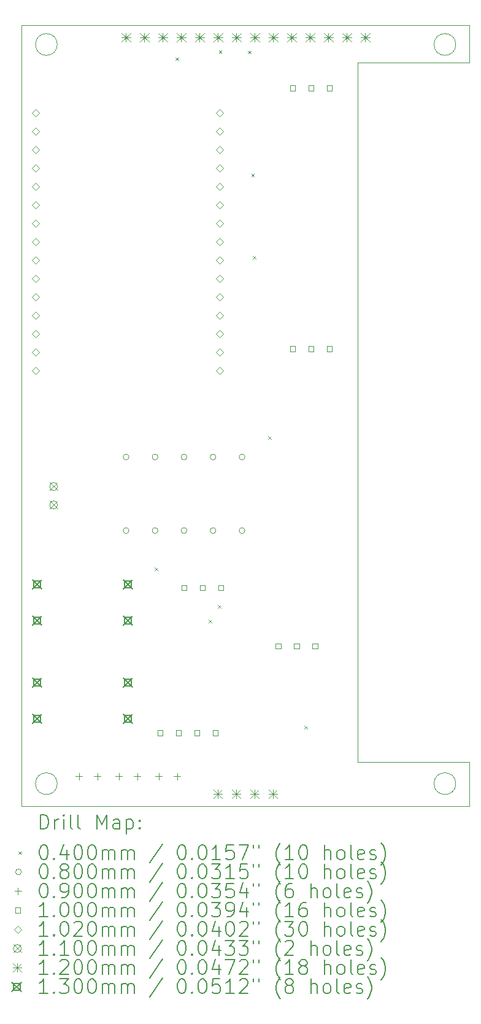
<source format=gbr>
%TF.GenerationSoftware,KiCad,Pcbnew,7.0.7*%
%TF.CreationDate,2024-02-25T20:38:04+01:00*%
%TF.ProjectId,TFT_tactil_screen,5446545f-7461-4637-9469-6c5f73637265,rev?*%
%TF.SameCoordinates,Original*%
%TF.FileFunction,Drillmap*%
%TF.FilePolarity,Positive*%
%FSLAX45Y45*%
G04 Gerber Fmt 4.5, Leading zero omitted, Abs format (unit mm)*
G04 Created by KiCad (PCBNEW 7.0.7) date 2024-02-25 20:38:04*
%MOMM*%
%LPD*%
G01*
G04 APERTURE LIST*
%ADD10C,0.100000*%
%ADD11C,0.200000*%
%ADD12C,0.040000*%
%ADD13C,0.080000*%
%ADD14C,0.090000*%
%ADD15C,0.102000*%
%ADD16C,0.110000*%
%ADD17C,0.120000*%
%ADD18C,0.130000*%
G04 APERTURE END LIST*
D10*
X3950000Y-3900000D02*
G75*
G03*
X3950000Y-3900000I-150000J0D01*
G01*
X9450000Y-3900000D02*
G75*
G03*
X9450000Y-3900000I-150000J0D01*
G01*
X3950000Y-14100000D02*
G75*
G03*
X3950000Y-14100000I-150000J0D01*
G01*
X9450000Y-14100000D02*
G75*
G03*
X9450000Y-14100000I-150000J0D01*
G01*
X9640000Y-3630000D02*
X3460000Y-3630000D01*
X9640000Y-4150000D02*
X9640000Y-3630000D01*
X8100000Y-4150000D02*
X9640000Y-4150000D01*
X8100000Y-13800000D02*
X8100000Y-4150000D01*
X9640000Y-13800000D02*
X8100000Y-13800000D01*
X9640000Y-14410000D02*
X9640000Y-13800000D01*
X3460000Y-14410000D02*
X9640000Y-14410000D01*
X3460000Y-3630000D02*
X3460000Y-14410000D01*
D11*
D12*
X5297810Y-11118500D02*
X5337810Y-11158500D01*
X5337810Y-11118500D02*
X5297810Y-11158500D01*
X5580000Y-4080000D02*
X5620000Y-4120000D01*
X5620000Y-4080000D02*
X5580000Y-4120000D01*
X6037680Y-11841700D02*
X6077680Y-11881700D01*
X6077680Y-11841700D02*
X6037680Y-11881700D01*
X6166140Y-11634000D02*
X6206140Y-11674000D01*
X6206140Y-11634000D02*
X6166140Y-11674000D01*
X6180000Y-3980000D02*
X6220000Y-4020000D01*
X6220000Y-3980000D02*
X6180000Y-4020000D01*
X6580000Y-3986470D02*
X6620000Y-4026470D01*
X6620000Y-3986470D02*
X6580000Y-4026470D01*
X6628560Y-5684580D02*
X6668560Y-5724580D01*
X6668560Y-5684580D02*
X6628560Y-5724580D01*
X6652000Y-6815040D02*
X6692000Y-6855040D01*
X6692000Y-6815040D02*
X6652000Y-6855040D01*
X6860590Y-9307090D02*
X6900590Y-9347090D01*
X6900590Y-9307090D02*
X6860590Y-9347090D01*
X7361000Y-13305500D02*
X7401000Y-13345500D01*
X7401000Y-13305500D02*
X7361000Y-13345500D01*
D13*
X4940000Y-9592000D02*
G75*
G03*
X4940000Y-9592000I-40000J0D01*
G01*
X4940000Y-10608000D02*
G75*
G03*
X4940000Y-10608000I-40000J0D01*
G01*
X5340000Y-9592000D02*
G75*
G03*
X5340000Y-9592000I-40000J0D01*
G01*
X5340000Y-10608000D02*
G75*
G03*
X5340000Y-10608000I-40000J0D01*
G01*
X5740000Y-9592000D02*
G75*
G03*
X5740000Y-9592000I-40000J0D01*
G01*
X5740000Y-10608000D02*
G75*
G03*
X5740000Y-10608000I-40000J0D01*
G01*
X6140000Y-9592000D02*
G75*
G03*
X6140000Y-9592000I-40000J0D01*
G01*
X6140000Y-10608000D02*
G75*
G03*
X6140000Y-10608000I-40000J0D01*
G01*
X6540000Y-9592000D02*
G75*
G03*
X6540000Y-9592000I-40000J0D01*
G01*
X6540000Y-10608000D02*
G75*
G03*
X6540000Y-10608000I-40000J0D01*
G01*
D14*
X4250000Y-13955000D02*
X4250000Y-14045000D01*
X4205000Y-14000000D02*
X4295000Y-14000000D01*
X4504000Y-13955000D02*
X4504000Y-14045000D01*
X4459000Y-14000000D02*
X4549000Y-14000000D01*
X4800000Y-13955000D02*
X4800000Y-14045000D01*
X4755000Y-14000000D02*
X4845000Y-14000000D01*
X5054000Y-13955000D02*
X5054000Y-14045000D01*
X5009000Y-14000000D02*
X5099000Y-14000000D01*
X5350000Y-13955000D02*
X5350000Y-14045000D01*
X5305000Y-14000000D02*
X5395000Y-14000000D01*
X5604000Y-13955000D02*
X5604000Y-14045000D01*
X5559000Y-14000000D02*
X5649000Y-14000000D01*
D10*
X5405356Y-13435356D02*
X5405356Y-13364644D01*
X5334644Y-13364644D01*
X5334644Y-13435356D01*
X5405356Y-13435356D01*
X5659356Y-13435356D02*
X5659356Y-13364644D01*
X5588644Y-13364644D01*
X5588644Y-13435356D01*
X5659356Y-13435356D01*
X5735356Y-11435356D02*
X5735356Y-11364644D01*
X5664644Y-11364644D01*
X5664644Y-11435356D01*
X5735356Y-11435356D01*
X5913356Y-13435356D02*
X5913356Y-13364644D01*
X5842644Y-13364644D01*
X5842644Y-13435356D01*
X5913356Y-13435356D01*
X5989356Y-11435356D02*
X5989356Y-11364644D01*
X5918644Y-11364644D01*
X5918644Y-11435356D01*
X5989356Y-11435356D01*
X6167356Y-13435356D02*
X6167356Y-13364644D01*
X6096644Y-13364644D01*
X6096644Y-13435356D01*
X6167356Y-13435356D01*
X6243356Y-11435356D02*
X6243356Y-11364644D01*
X6172644Y-11364644D01*
X6172644Y-11435356D01*
X6243356Y-11435356D01*
X7035356Y-12235356D02*
X7035356Y-12164644D01*
X6964644Y-12164644D01*
X6964644Y-12235356D01*
X7035356Y-12235356D01*
X7235356Y-4535356D02*
X7235356Y-4464644D01*
X7164644Y-4464644D01*
X7164644Y-4535356D01*
X7235356Y-4535356D01*
X7235356Y-8135356D02*
X7235356Y-8064644D01*
X7164644Y-8064644D01*
X7164644Y-8135356D01*
X7235356Y-8135356D01*
X7289356Y-12235356D02*
X7289356Y-12164644D01*
X7218644Y-12164644D01*
X7218644Y-12235356D01*
X7289356Y-12235356D01*
X7489356Y-4535356D02*
X7489356Y-4464644D01*
X7418644Y-4464644D01*
X7418644Y-4535356D01*
X7489356Y-4535356D01*
X7489356Y-8135356D02*
X7489356Y-8064644D01*
X7418644Y-8064644D01*
X7418644Y-8135356D01*
X7489356Y-8135356D01*
X7543356Y-12235356D02*
X7543356Y-12164644D01*
X7472644Y-12164644D01*
X7472644Y-12235356D01*
X7543356Y-12235356D01*
X7743356Y-4535356D02*
X7743356Y-4464644D01*
X7672644Y-4464644D01*
X7672644Y-4535356D01*
X7743356Y-4535356D01*
X7743356Y-8135356D02*
X7743356Y-8064644D01*
X7672644Y-8064644D01*
X7672644Y-8135356D01*
X7743356Y-8135356D01*
D15*
X3653000Y-4894000D02*
X3704000Y-4843000D01*
X3653000Y-4792000D01*
X3602000Y-4843000D01*
X3653000Y-4894000D01*
X3653000Y-5148000D02*
X3704000Y-5097000D01*
X3653000Y-5046000D01*
X3602000Y-5097000D01*
X3653000Y-5148000D01*
X3653000Y-5402000D02*
X3704000Y-5351000D01*
X3653000Y-5300000D01*
X3602000Y-5351000D01*
X3653000Y-5402000D01*
X3653000Y-5656000D02*
X3704000Y-5605000D01*
X3653000Y-5554000D01*
X3602000Y-5605000D01*
X3653000Y-5656000D01*
X3653000Y-5910000D02*
X3704000Y-5859000D01*
X3653000Y-5808000D01*
X3602000Y-5859000D01*
X3653000Y-5910000D01*
X3653000Y-6164000D02*
X3704000Y-6113000D01*
X3653000Y-6062000D01*
X3602000Y-6113000D01*
X3653000Y-6164000D01*
X3653000Y-6418000D02*
X3704000Y-6367000D01*
X3653000Y-6316000D01*
X3602000Y-6367000D01*
X3653000Y-6418000D01*
X3653000Y-6672000D02*
X3704000Y-6621000D01*
X3653000Y-6570000D01*
X3602000Y-6621000D01*
X3653000Y-6672000D01*
X3653000Y-6926000D02*
X3704000Y-6875000D01*
X3653000Y-6824000D01*
X3602000Y-6875000D01*
X3653000Y-6926000D01*
X3653000Y-7180000D02*
X3704000Y-7129000D01*
X3653000Y-7078000D01*
X3602000Y-7129000D01*
X3653000Y-7180000D01*
X3653000Y-7434000D02*
X3704000Y-7383000D01*
X3653000Y-7332000D01*
X3602000Y-7383000D01*
X3653000Y-7434000D01*
X3653000Y-7688000D02*
X3704000Y-7637000D01*
X3653000Y-7586000D01*
X3602000Y-7637000D01*
X3653000Y-7688000D01*
X3653000Y-7942000D02*
X3704000Y-7891000D01*
X3653000Y-7840000D01*
X3602000Y-7891000D01*
X3653000Y-7942000D01*
X3653000Y-8196000D02*
X3704000Y-8145000D01*
X3653000Y-8094000D01*
X3602000Y-8145000D01*
X3653000Y-8196000D01*
X3653000Y-8450000D02*
X3704000Y-8399000D01*
X3653000Y-8348000D01*
X3602000Y-8399000D01*
X3653000Y-8450000D01*
X6193000Y-4894000D02*
X6244000Y-4843000D01*
X6193000Y-4792000D01*
X6142000Y-4843000D01*
X6193000Y-4894000D01*
X6193000Y-5148000D02*
X6244000Y-5097000D01*
X6193000Y-5046000D01*
X6142000Y-5097000D01*
X6193000Y-5148000D01*
X6193000Y-5402000D02*
X6244000Y-5351000D01*
X6193000Y-5300000D01*
X6142000Y-5351000D01*
X6193000Y-5402000D01*
X6193000Y-5656000D02*
X6244000Y-5605000D01*
X6193000Y-5554000D01*
X6142000Y-5605000D01*
X6193000Y-5656000D01*
X6193000Y-5910000D02*
X6244000Y-5859000D01*
X6193000Y-5808000D01*
X6142000Y-5859000D01*
X6193000Y-5910000D01*
X6193000Y-6164000D02*
X6244000Y-6113000D01*
X6193000Y-6062000D01*
X6142000Y-6113000D01*
X6193000Y-6164000D01*
X6193000Y-6418000D02*
X6244000Y-6367000D01*
X6193000Y-6316000D01*
X6142000Y-6367000D01*
X6193000Y-6418000D01*
X6193000Y-6672000D02*
X6244000Y-6621000D01*
X6193000Y-6570000D01*
X6142000Y-6621000D01*
X6193000Y-6672000D01*
X6193000Y-6926000D02*
X6244000Y-6875000D01*
X6193000Y-6824000D01*
X6142000Y-6875000D01*
X6193000Y-6926000D01*
X6193000Y-7180000D02*
X6244000Y-7129000D01*
X6193000Y-7078000D01*
X6142000Y-7129000D01*
X6193000Y-7180000D01*
X6193000Y-7434000D02*
X6244000Y-7383000D01*
X6193000Y-7332000D01*
X6142000Y-7383000D01*
X6193000Y-7434000D01*
X6193000Y-7688000D02*
X6244000Y-7637000D01*
X6193000Y-7586000D01*
X6142000Y-7637000D01*
X6193000Y-7688000D01*
X6193000Y-7942000D02*
X6244000Y-7891000D01*
X6193000Y-7840000D01*
X6142000Y-7891000D01*
X6193000Y-7942000D01*
X6193000Y-8196000D02*
X6244000Y-8145000D01*
X6193000Y-8094000D01*
X6142000Y-8145000D01*
X6193000Y-8196000D01*
X6193000Y-8450000D02*
X6244000Y-8399000D01*
X6193000Y-8348000D01*
X6142000Y-8399000D01*
X6193000Y-8450000D01*
D16*
X3845000Y-9945000D02*
X3955000Y-10055000D01*
X3955000Y-9945000D02*
X3845000Y-10055000D01*
X3955000Y-10000000D02*
G75*
G03*
X3955000Y-10000000I-55000J0D01*
G01*
X3845000Y-10199000D02*
X3955000Y-10309000D01*
X3955000Y-10199000D02*
X3845000Y-10309000D01*
X3955000Y-10254000D02*
G75*
G03*
X3955000Y-10254000I-55000J0D01*
G01*
D17*
X4840000Y-3740000D02*
X4960000Y-3860000D01*
X4960000Y-3740000D02*
X4840000Y-3860000D01*
X4900000Y-3740000D02*
X4900000Y-3860000D01*
X4840000Y-3800000D02*
X4960000Y-3800000D01*
X5094000Y-3740000D02*
X5214000Y-3860000D01*
X5214000Y-3740000D02*
X5094000Y-3860000D01*
X5154000Y-3740000D02*
X5154000Y-3860000D01*
X5094000Y-3800000D02*
X5214000Y-3800000D01*
X5348000Y-3740000D02*
X5468000Y-3860000D01*
X5468000Y-3740000D02*
X5348000Y-3860000D01*
X5408000Y-3740000D02*
X5408000Y-3860000D01*
X5348000Y-3800000D02*
X5468000Y-3800000D01*
X5602000Y-3740000D02*
X5722000Y-3860000D01*
X5722000Y-3740000D02*
X5602000Y-3860000D01*
X5662000Y-3740000D02*
X5662000Y-3860000D01*
X5602000Y-3800000D02*
X5722000Y-3800000D01*
X5856000Y-3740000D02*
X5976000Y-3860000D01*
X5976000Y-3740000D02*
X5856000Y-3860000D01*
X5916000Y-3740000D02*
X5916000Y-3860000D01*
X5856000Y-3800000D02*
X5976000Y-3800000D01*
X6104000Y-14180000D02*
X6224000Y-14300000D01*
X6224000Y-14180000D02*
X6104000Y-14300000D01*
X6164000Y-14180000D02*
X6164000Y-14300000D01*
X6104000Y-14240000D02*
X6224000Y-14240000D01*
X6110000Y-3740000D02*
X6230000Y-3860000D01*
X6230000Y-3740000D02*
X6110000Y-3860000D01*
X6170000Y-3740000D02*
X6170000Y-3860000D01*
X6110000Y-3800000D02*
X6230000Y-3800000D01*
X6358000Y-14180000D02*
X6478000Y-14300000D01*
X6478000Y-14180000D02*
X6358000Y-14300000D01*
X6418000Y-14180000D02*
X6418000Y-14300000D01*
X6358000Y-14240000D02*
X6478000Y-14240000D01*
X6364000Y-3740000D02*
X6484000Y-3860000D01*
X6484000Y-3740000D02*
X6364000Y-3860000D01*
X6424000Y-3740000D02*
X6424000Y-3860000D01*
X6364000Y-3800000D02*
X6484000Y-3800000D01*
X6612000Y-14180000D02*
X6732000Y-14300000D01*
X6732000Y-14180000D02*
X6612000Y-14300000D01*
X6672000Y-14180000D02*
X6672000Y-14300000D01*
X6612000Y-14240000D02*
X6732000Y-14240000D01*
X6618000Y-3740000D02*
X6738000Y-3860000D01*
X6738000Y-3740000D02*
X6618000Y-3860000D01*
X6678000Y-3740000D02*
X6678000Y-3860000D01*
X6618000Y-3800000D02*
X6738000Y-3800000D01*
X6866000Y-14180000D02*
X6986000Y-14300000D01*
X6986000Y-14180000D02*
X6866000Y-14300000D01*
X6926000Y-14180000D02*
X6926000Y-14300000D01*
X6866000Y-14240000D02*
X6986000Y-14240000D01*
X6872000Y-3740000D02*
X6992000Y-3860000D01*
X6992000Y-3740000D02*
X6872000Y-3860000D01*
X6932000Y-3740000D02*
X6932000Y-3860000D01*
X6872000Y-3800000D02*
X6992000Y-3800000D01*
X7126000Y-3740000D02*
X7246000Y-3860000D01*
X7246000Y-3740000D02*
X7126000Y-3860000D01*
X7186000Y-3740000D02*
X7186000Y-3860000D01*
X7126000Y-3800000D02*
X7246000Y-3800000D01*
X7380000Y-3740000D02*
X7500000Y-3860000D01*
X7500000Y-3740000D02*
X7380000Y-3860000D01*
X7440000Y-3740000D02*
X7440000Y-3860000D01*
X7380000Y-3800000D02*
X7500000Y-3800000D01*
X7634000Y-3740000D02*
X7754000Y-3860000D01*
X7754000Y-3740000D02*
X7634000Y-3860000D01*
X7694000Y-3740000D02*
X7694000Y-3860000D01*
X7634000Y-3800000D02*
X7754000Y-3800000D01*
X7888000Y-3740000D02*
X8008000Y-3860000D01*
X8008000Y-3740000D02*
X7888000Y-3860000D01*
X7948000Y-3740000D02*
X7948000Y-3860000D01*
X7888000Y-3800000D02*
X8008000Y-3800000D01*
X8142000Y-3740000D02*
X8262000Y-3860000D01*
X8262000Y-3740000D02*
X8142000Y-3860000D01*
X8202000Y-3740000D02*
X8202000Y-3860000D01*
X8142000Y-3800000D02*
X8262000Y-3800000D01*
D18*
X3609000Y-11285000D02*
X3739000Y-11415000D01*
X3739000Y-11285000D02*
X3609000Y-11415000D01*
X3719962Y-11395962D02*
X3719962Y-11304038D01*
X3628038Y-11304038D01*
X3628038Y-11395962D01*
X3719962Y-11395962D01*
X3609000Y-11785000D02*
X3739000Y-11915000D01*
X3739000Y-11785000D02*
X3609000Y-11915000D01*
X3719962Y-11895962D02*
X3719962Y-11804038D01*
X3628038Y-11804038D01*
X3628038Y-11895962D01*
X3719962Y-11895962D01*
X3609000Y-12640000D02*
X3739000Y-12770000D01*
X3739000Y-12640000D02*
X3609000Y-12770000D01*
X3719962Y-12750962D02*
X3719962Y-12659038D01*
X3628038Y-12659038D01*
X3628038Y-12750962D01*
X3719962Y-12750962D01*
X3609000Y-13140000D02*
X3739000Y-13270000D01*
X3739000Y-13140000D02*
X3609000Y-13270000D01*
X3719962Y-13250962D02*
X3719962Y-13159038D01*
X3628038Y-13159038D01*
X3628038Y-13250962D01*
X3719962Y-13250962D01*
X4859000Y-11285000D02*
X4989000Y-11415000D01*
X4989000Y-11285000D02*
X4859000Y-11415000D01*
X4969962Y-11395962D02*
X4969962Y-11304038D01*
X4878038Y-11304038D01*
X4878038Y-11395962D01*
X4969962Y-11395962D01*
X4859000Y-11785000D02*
X4989000Y-11915000D01*
X4989000Y-11785000D02*
X4859000Y-11915000D01*
X4969962Y-11895962D02*
X4969962Y-11804038D01*
X4878038Y-11804038D01*
X4878038Y-11895962D01*
X4969962Y-11895962D01*
X4859000Y-12640000D02*
X4989000Y-12770000D01*
X4989000Y-12640000D02*
X4859000Y-12770000D01*
X4969962Y-12750962D02*
X4969962Y-12659038D01*
X4878038Y-12659038D01*
X4878038Y-12750962D01*
X4969962Y-12750962D01*
X4859000Y-13140000D02*
X4989000Y-13270000D01*
X4989000Y-13140000D02*
X4859000Y-13270000D01*
X4969962Y-13250962D02*
X4969962Y-13159038D01*
X4878038Y-13159038D01*
X4878038Y-13250962D01*
X4969962Y-13250962D01*
D11*
X3715777Y-14726484D02*
X3715777Y-14526484D01*
X3715777Y-14526484D02*
X3763396Y-14526484D01*
X3763396Y-14526484D02*
X3791967Y-14536008D01*
X3791967Y-14536008D02*
X3811015Y-14555055D01*
X3811015Y-14555055D02*
X3820539Y-14574103D01*
X3820539Y-14574103D02*
X3830062Y-14612198D01*
X3830062Y-14612198D02*
X3830062Y-14640769D01*
X3830062Y-14640769D02*
X3820539Y-14678865D01*
X3820539Y-14678865D02*
X3811015Y-14697912D01*
X3811015Y-14697912D02*
X3791967Y-14716960D01*
X3791967Y-14716960D02*
X3763396Y-14726484D01*
X3763396Y-14726484D02*
X3715777Y-14726484D01*
X3915777Y-14726484D02*
X3915777Y-14593150D01*
X3915777Y-14631246D02*
X3925301Y-14612198D01*
X3925301Y-14612198D02*
X3934824Y-14602674D01*
X3934824Y-14602674D02*
X3953872Y-14593150D01*
X3953872Y-14593150D02*
X3972920Y-14593150D01*
X4039586Y-14726484D02*
X4039586Y-14593150D01*
X4039586Y-14526484D02*
X4030062Y-14536008D01*
X4030062Y-14536008D02*
X4039586Y-14545531D01*
X4039586Y-14545531D02*
X4049110Y-14536008D01*
X4049110Y-14536008D02*
X4039586Y-14526484D01*
X4039586Y-14526484D02*
X4039586Y-14545531D01*
X4163396Y-14726484D02*
X4144348Y-14716960D01*
X4144348Y-14716960D02*
X4134824Y-14697912D01*
X4134824Y-14697912D02*
X4134824Y-14526484D01*
X4268158Y-14726484D02*
X4249110Y-14716960D01*
X4249110Y-14716960D02*
X4239586Y-14697912D01*
X4239586Y-14697912D02*
X4239586Y-14526484D01*
X4496729Y-14726484D02*
X4496729Y-14526484D01*
X4496729Y-14526484D02*
X4563396Y-14669341D01*
X4563396Y-14669341D02*
X4630063Y-14526484D01*
X4630063Y-14526484D02*
X4630063Y-14726484D01*
X4811015Y-14726484D02*
X4811015Y-14621722D01*
X4811015Y-14621722D02*
X4801491Y-14602674D01*
X4801491Y-14602674D02*
X4782444Y-14593150D01*
X4782444Y-14593150D02*
X4744348Y-14593150D01*
X4744348Y-14593150D02*
X4725301Y-14602674D01*
X4811015Y-14716960D02*
X4791967Y-14726484D01*
X4791967Y-14726484D02*
X4744348Y-14726484D01*
X4744348Y-14726484D02*
X4725301Y-14716960D01*
X4725301Y-14716960D02*
X4715777Y-14697912D01*
X4715777Y-14697912D02*
X4715777Y-14678865D01*
X4715777Y-14678865D02*
X4725301Y-14659817D01*
X4725301Y-14659817D02*
X4744348Y-14650293D01*
X4744348Y-14650293D02*
X4791967Y-14650293D01*
X4791967Y-14650293D02*
X4811015Y-14640769D01*
X4906253Y-14593150D02*
X4906253Y-14793150D01*
X4906253Y-14602674D02*
X4925301Y-14593150D01*
X4925301Y-14593150D02*
X4963396Y-14593150D01*
X4963396Y-14593150D02*
X4982444Y-14602674D01*
X4982444Y-14602674D02*
X4991967Y-14612198D01*
X4991967Y-14612198D02*
X5001491Y-14631246D01*
X5001491Y-14631246D02*
X5001491Y-14688388D01*
X5001491Y-14688388D02*
X4991967Y-14707436D01*
X4991967Y-14707436D02*
X4982444Y-14716960D01*
X4982444Y-14716960D02*
X4963396Y-14726484D01*
X4963396Y-14726484D02*
X4925301Y-14726484D01*
X4925301Y-14726484D02*
X4906253Y-14716960D01*
X5087205Y-14707436D02*
X5096729Y-14716960D01*
X5096729Y-14716960D02*
X5087205Y-14726484D01*
X5087205Y-14726484D02*
X5077682Y-14716960D01*
X5077682Y-14716960D02*
X5087205Y-14707436D01*
X5087205Y-14707436D02*
X5087205Y-14726484D01*
X5087205Y-14602674D02*
X5096729Y-14612198D01*
X5096729Y-14612198D02*
X5087205Y-14621722D01*
X5087205Y-14621722D02*
X5077682Y-14612198D01*
X5077682Y-14612198D02*
X5087205Y-14602674D01*
X5087205Y-14602674D02*
X5087205Y-14621722D01*
D12*
X3415000Y-15035000D02*
X3455000Y-15075000D01*
X3455000Y-15035000D02*
X3415000Y-15075000D01*
D11*
X3753872Y-14946484D02*
X3772920Y-14946484D01*
X3772920Y-14946484D02*
X3791967Y-14956008D01*
X3791967Y-14956008D02*
X3801491Y-14965531D01*
X3801491Y-14965531D02*
X3811015Y-14984579D01*
X3811015Y-14984579D02*
X3820539Y-15022674D01*
X3820539Y-15022674D02*
X3820539Y-15070293D01*
X3820539Y-15070293D02*
X3811015Y-15108388D01*
X3811015Y-15108388D02*
X3801491Y-15127436D01*
X3801491Y-15127436D02*
X3791967Y-15136960D01*
X3791967Y-15136960D02*
X3772920Y-15146484D01*
X3772920Y-15146484D02*
X3753872Y-15146484D01*
X3753872Y-15146484D02*
X3734824Y-15136960D01*
X3734824Y-15136960D02*
X3725301Y-15127436D01*
X3725301Y-15127436D02*
X3715777Y-15108388D01*
X3715777Y-15108388D02*
X3706253Y-15070293D01*
X3706253Y-15070293D02*
X3706253Y-15022674D01*
X3706253Y-15022674D02*
X3715777Y-14984579D01*
X3715777Y-14984579D02*
X3725301Y-14965531D01*
X3725301Y-14965531D02*
X3734824Y-14956008D01*
X3734824Y-14956008D02*
X3753872Y-14946484D01*
X3906253Y-15127436D02*
X3915777Y-15136960D01*
X3915777Y-15136960D02*
X3906253Y-15146484D01*
X3906253Y-15146484D02*
X3896729Y-15136960D01*
X3896729Y-15136960D02*
X3906253Y-15127436D01*
X3906253Y-15127436D02*
X3906253Y-15146484D01*
X4087205Y-15013150D02*
X4087205Y-15146484D01*
X4039586Y-14936960D02*
X3991967Y-15079817D01*
X3991967Y-15079817D02*
X4115777Y-15079817D01*
X4230063Y-14946484D02*
X4249110Y-14946484D01*
X4249110Y-14946484D02*
X4268158Y-14956008D01*
X4268158Y-14956008D02*
X4277682Y-14965531D01*
X4277682Y-14965531D02*
X4287205Y-14984579D01*
X4287205Y-14984579D02*
X4296729Y-15022674D01*
X4296729Y-15022674D02*
X4296729Y-15070293D01*
X4296729Y-15070293D02*
X4287205Y-15108388D01*
X4287205Y-15108388D02*
X4277682Y-15127436D01*
X4277682Y-15127436D02*
X4268158Y-15136960D01*
X4268158Y-15136960D02*
X4249110Y-15146484D01*
X4249110Y-15146484D02*
X4230063Y-15146484D01*
X4230063Y-15146484D02*
X4211015Y-15136960D01*
X4211015Y-15136960D02*
X4201491Y-15127436D01*
X4201491Y-15127436D02*
X4191967Y-15108388D01*
X4191967Y-15108388D02*
X4182443Y-15070293D01*
X4182443Y-15070293D02*
X4182443Y-15022674D01*
X4182443Y-15022674D02*
X4191967Y-14984579D01*
X4191967Y-14984579D02*
X4201491Y-14965531D01*
X4201491Y-14965531D02*
X4211015Y-14956008D01*
X4211015Y-14956008D02*
X4230063Y-14946484D01*
X4420539Y-14946484D02*
X4439586Y-14946484D01*
X4439586Y-14946484D02*
X4458634Y-14956008D01*
X4458634Y-14956008D02*
X4468158Y-14965531D01*
X4468158Y-14965531D02*
X4477682Y-14984579D01*
X4477682Y-14984579D02*
X4487205Y-15022674D01*
X4487205Y-15022674D02*
X4487205Y-15070293D01*
X4487205Y-15070293D02*
X4477682Y-15108388D01*
X4477682Y-15108388D02*
X4468158Y-15127436D01*
X4468158Y-15127436D02*
X4458634Y-15136960D01*
X4458634Y-15136960D02*
X4439586Y-15146484D01*
X4439586Y-15146484D02*
X4420539Y-15146484D01*
X4420539Y-15146484D02*
X4401491Y-15136960D01*
X4401491Y-15136960D02*
X4391967Y-15127436D01*
X4391967Y-15127436D02*
X4382444Y-15108388D01*
X4382444Y-15108388D02*
X4372920Y-15070293D01*
X4372920Y-15070293D02*
X4372920Y-15022674D01*
X4372920Y-15022674D02*
X4382444Y-14984579D01*
X4382444Y-14984579D02*
X4391967Y-14965531D01*
X4391967Y-14965531D02*
X4401491Y-14956008D01*
X4401491Y-14956008D02*
X4420539Y-14946484D01*
X4572920Y-15146484D02*
X4572920Y-15013150D01*
X4572920Y-15032198D02*
X4582444Y-15022674D01*
X4582444Y-15022674D02*
X4601491Y-15013150D01*
X4601491Y-15013150D02*
X4630063Y-15013150D01*
X4630063Y-15013150D02*
X4649110Y-15022674D01*
X4649110Y-15022674D02*
X4658634Y-15041722D01*
X4658634Y-15041722D02*
X4658634Y-15146484D01*
X4658634Y-15041722D02*
X4668158Y-15022674D01*
X4668158Y-15022674D02*
X4687205Y-15013150D01*
X4687205Y-15013150D02*
X4715777Y-15013150D01*
X4715777Y-15013150D02*
X4734825Y-15022674D01*
X4734825Y-15022674D02*
X4744348Y-15041722D01*
X4744348Y-15041722D02*
X4744348Y-15146484D01*
X4839586Y-15146484D02*
X4839586Y-15013150D01*
X4839586Y-15032198D02*
X4849110Y-15022674D01*
X4849110Y-15022674D02*
X4868158Y-15013150D01*
X4868158Y-15013150D02*
X4896729Y-15013150D01*
X4896729Y-15013150D02*
X4915777Y-15022674D01*
X4915777Y-15022674D02*
X4925301Y-15041722D01*
X4925301Y-15041722D02*
X4925301Y-15146484D01*
X4925301Y-15041722D02*
X4934825Y-15022674D01*
X4934825Y-15022674D02*
X4953872Y-15013150D01*
X4953872Y-15013150D02*
X4982444Y-15013150D01*
X4982444Y-15013150D02*
X5001491Y-15022674D01*
X5001491Y-15022674D02*
X5011015Y-15041722D01*
X5011015Y-15041722D02*
X5011015Y-15146484D01*
X5401491Y-14936960D02*
X5230063Y-15194103D01*
X5658634Y-14946484D02*
X5677682Y-14946484D01*
X5677682Y-14946484D02*
X5696729Y-14956008D01*
X5696729Y-14956008D02*
X5706253Y-14965531D01*
X5706253Y-14965531D02*
X5715777Y-14984579D01*
X5715777Y-14984579D02*
X5725301Y-15022674D01*
X5725301Y-15022674D02*
X5725301Y-15070293D01*
X5725301Y-15070293D02*
X5715777Y-15108388D01*
X5715777Y-15108388D02*
X5706253Y-15127436D01*
X5706253Y-15127436D02*
X5696729Y-15136960D01*
X5696729Y-15136960D02*
X5677682Y-15146484D01*
X5677682Y-15146484D02*
X5658634Y-15146484D01*
X5658634Y-15146484D02*
X5639586Y-15136960D01*
X5639586Y-15136960D02*
X5630063Y-15127436D01*
X5630063Y-15127436D02*
X5620539Y-15108388D01*
X5620539Y-15108388D02*
X5611015Y-15070293D01*
X5611015Y-15070293D02*
X5611015Y-15022674D01*
X5611015Y-15022674D02*
X5620539Y-14984579D01*
X5620539Y-14984579D02*
X5630063Y-14965531D01*
X5630063Y-14965531D02*
X5639586Y-14956008D01*
X5639586Y-14956008D02*
X5658634Y-14946484D01*
X5811015Y-15127436D02*
X5820539Y-15136960D01*
X5820539Y-15136960D02*
X5811015Y-15146484D01*
X5811015Y-15146484D02*
X5801491Y-15136960D01*
X5801491Y-15136960D02*
X5811015Y-15127436D01*
X5811015Y-15127436D02*
X5811015Y-15146484D01*
X5944348Y-14946484D02*
X5963396Y-14946484D01*
X5963396Y-14946484D02*
X5982444Y-14956008D01*
X5982444Y-14956008D02*
X5991967Y-14965531D01*
X5991967Y-14965531D02*
X6001491Y-14984579D01*
X6001491Y-14984579D02*
X6011015Y-15022674D01*
X6011015Y-15022674D02*
X6011015Y-15070293D01*
X6011015Y-15070293D02*
X6001491Y-15108388D01*
X6001491Y-15108388D02*
X5991967Y-15127436D01*
X5991967Y-15127436D02*
X5982444Y-15136960D01*
X5982444Y-15136960D02*
X5963396Y-15146484D01*
X5963396Y-15146484D02*
X5944348Y-15146484D01*
X5944348Y-15146484D02*
X5925301Y-15136960D01*
X5925301Y-15136960D02*
X5915777Y-15127436D01*
X5915777Y-15127436D02*
X5906253Y-15108388D01*
X5906253Y-15108388D02*
X5896729Y-15070293D01*
X5896729Y-15070293D02*
X5896729Y-15022674D01*
X5896729Y-15022674D02*
X5906253Y-14984579D01*
X5906253Y-14984579D02*
X5915777Y-14965531D01*
X5915777Y-14965531D02*
X5925301Y-14956008D01*
X5925301Y-14956008D02*
X5944348Y-14946484D01*
X6201491Y-15146484D02*
X6087206Y-15146484D01*
X6144348Y-15146484D02*
X6144348Y-14946484D01*
X6144348Y-14946484D02*
X6125301Y-14975055D01*
X6125301Y-14975055D02*
X6106253Y-14994103D01*
X6106253Y-14994103D02*
X6087206Y-15003627D01*
X6382444Y-14946484D02*
X6287206Y-14946484D01*
X6287206Y-14946484D02*
X6277682Y-15041722D01*
X6277682Y-15041722D02*
X6287206Y-15032198D01*
X6287206Y-15032198D02*
X6306253Y-15022674D01*
X6306253Y-15022674D02*
X6353872Y-15022674D01*
X6353872Y-15022674D02*
X6372920Y-15032198D01*
X6372920Y-15032198D02*
X6382444Y-15041722D01*
X6382444Y-15041722D02*
X6391967Y-15060769D01*
X6391967Y-15060769D02*
X6391967Y-15108388D01*
X6391967Y-15108388D02*
X6382444Y-15127436D01*
X6382444Y-15127436D02*
X6372920Y-15136960D01*
X6372920Y-15136960D02*
X6353872Y-15146484D01*
X6353872Y-15146484D02*
X6306253Y-15146484D01*
X6306253Y-15146484D02*
X6287206Y-15136960D01*
X6287206Y-15136960D02*
X6277682Y-15127436D01*
X6458634Y-14946484D02*
X6591967Y-14946484D01*
X6591967Y-14946484D02*
X6506253Y-15146484D01*
X6658634Y-14946484D02*
X6658634Y-14984579D01*
X6734825Y-14946484D02*
X6734825Y-14984579D01*
X7030063Y-15222674D02*
X7020539Y-15213150D01*
X7020539Y-15213150D02*
X7001491Y-15184579D01*
X7001491Y-15184579D02*
X6991968Y-15165531D01*
X6991968Y-15165531D02*
X6982444Y-15136960D01*
X6982444Y-15136960D02*
X6972920Y-15089341D01*
X6972920Y-15089341D02*
X6972920Y-15051246D01*
X6972920Y-15051246D02*
X6982444Y-15003627D01*
X6982444Y-15003627D02*
X6991968Y-14975055D01*
X6991968Y-14975055D02*
X7001491Y-14956008D01*
X7001491Y-14956008D02*
X7020539Y-14927436D01*
X7020539Y-14927436D02*
X7030063Y-14917912D01*
X7211015Y-15146484D02*
X7096729Y-15146484D01*
X7153872Y-15146484D02*
X7153872Y-14946484D01*
X7153872Y-14946484D02*
X7134825Y-14975055D01*
X7134825Y-14975055D02*
X7115777Y-14994103D01*
X7115777Y-14994103D02*
X7096729Y-15003627D01*
X7334825Y-14946484D02*
X7353872Y-14946484D01*
X7353872Y-14946484D02*
X7372920Y-14956008D01*
X7372920Y-14956008D02*
X7382444Y-14965531D01*
X7382444Y-14965531D02*
X7391968Y-14984579D01*
X7391968Y-14984579D02*
X7401491Y-15022674D01*
X7401491Y-15022674D02*
X7401491Y-15070293D01*
X7401491Y-15070293D02*
X7391968Y-15108388D01*
X7391968Y-15108388D02*
X7382444Y-15127436D01*
X7382444Y-15127436D02*
X7372920Y-15136960D01*
X7372920Y-15136960D02*
X7353872Y-15146484D01*
X7353872Y-15146484D02*
X7334825Y-15146484D01*
X7334825Y-15146484D02*
X7315777Y-15136960D01*
X7315777Y-15136960D02*
X7306253Y-15127436D01*
X7306253Y-15127436D02*
X7296729Y-15108388D01*
X7296729Y-15108388D02*
X7287206Y-15070293D01*
X7287206Y-15070293D02*
X7287206Y-15022674D01*
X7287206Y-15022674D02*
X7296729Y-14984579D01*
X7296729Y-14984579D02*
X7306253Y-14965531D01*
X7306253Y-14965531D02*
X7315777Y-14956008D01*
X7315777Y-14956008D02*
X7334825Y-14946484D01*
X7639587Y-15146484D02*
X7639587Y-14946484D01*
X7725301Y-15146484D02*
X7725301Y-15041722D01*
X7725301Y-15041722D02*
X7715777Y-15022674D01*
X7715777Y-15022674D02*
X7696730Y-15013150D01*
X7696730Y-15013150D02*
X7668158Y-15013150D01*
X7668158Y-15013150D02*
X7649110Y-15022674D01*
X7649110Y-15022674D02*
X7639587Y-15032198D01*
X7849110Y-15146484D02*
X7830063Y-15136960D01*
X7830063Y-15136960D02*
X7820539Y-15127436D01*
X7820539Y-15127436D02*
X7811015Y-15108388D01*
X7811015Y-15108388D02*
X7811015Y-15051246D01*
X7811015Y-15051246D02*
X7820539Y-15032198D01*
X7820539Y-15032198D02*
X7830063Y-15022674D01*
X7830063Y-15022674D02*
X7849110Y-15013150D01*
X7849110Y-15013150D02*
X7877682Y-15013150D01*
X7877682Y-15013150D02*
X7896730Y-15022674D01*
X7896730Y-15022674D02*
X7906253Y-15032198D01*
X7906253Y-15032198D02*
X7915777Y-15051246D01*
X7915777Y-15051246D02*
X7915777Y-15108388D01*
X7915777Y-15108388D02*
X7906253Y-15127436D01*
X7906253Y-15127436D02*
X7896730Y-15136960D01*
X7896730Y-15136960D02*
X7877682Y-15146484D01*
X7877682Y-15146484D02*
X7849110Y-15146484D01*
X8030063Y-15146484D02*
X8011015Y-15136960D01*
X8011015Y-15136960D02*
X8001491Y-15117912D01*
X8001491Y-15117912D02*
X8001491Y-14946484D01*
X8182444Y-15136960D02*
X8163396Y-15146484D01*
X8163396Y-15146484D02*
X8125301Y-15146484D01*
X8125301Y-15146484D02*
X8106253Y-15136960D01*
X8106253Y-15136960D02*
X8096730Y-15117912D01*
X8096730Y-15117912D02*
X8096730Y-15041722D01*
X8096730Y-15041722D02*
X8106253Y-15022674D01*
X8106253Y-15022674D02*
X8125301Y-15013150D01*
X8125301Y-15013150D02*
X8163396Y-15013150D01*
X8163396Y-15013150D02*
X8182444Y-15022674D01*
X8182444Y-15022674D02*
X8191968Y-15041722D01*
X8191968Y-15041722D02*
X8191968Y-15060769D01*
X8191968Y-15060769D02*
X8096730Y-15079817D01*
X8268158Y-15136960D02*
X8287206Y-15146484D01*
X8287206Y-15146484D02*
X8325301Y-15146484D01*
X8325301Y-15146484D02*
X8344349Y-15136960D01*
X8344349Y-15136960D02*
X8353872Y-15117912D01*
X8353872Y-15117912D02*
X8353872Y-15108388D01*
X8353872Y-15108388D02*
X8344349Y-15089341D01*
X8344349Y-15089341D02*
X8325301Y-15079817D01*
X8325301Y-15079817D02*
X8296730Y-15079817D01*
X8296730Y-15079817D02*
X8277682Y-15070293D01*
X8277682Y-15070293D02*
X8268158Y-15051246D01*
X8268158Y-15051246D02*
X8268158Y-15041722D01*
X8268158Y-15041722D02*
X8277682Y-15022674D01*
X8277682Y-15022674D02*
X8296730Y-15013150D01*
X8296730Y-15013150D02*
X8325301Y-15013150D01*
X8325301Y-15013150D02*
X8344349Y-15022674D01*
X8420539Y-15222674D02*
X8430063Y-15213150D01*
X8430063Y-15213150D02*
X8449111Y-15184579D01*
X8449111Y-15184579D02*
X8458634Y-15165531D01*
X8458634Y-15165531D02*
X8468158Y-15136960D01*
X8468158Y-15136960D02*
X8477682Y-15089341D01*
X8477682Y-15089341D02*
X8477682Y-15051246D01*
X8477682Y-15051246D02*
X8468158Y-15003627D01*
X8468158Y-15003627D02*
X8458634Y-14975055D01*
X8458634Y-14975055D02*
X8449111Y-14956008D01*
X8449111Y-14956008D02*
X8430063Y-14927436D01*
X8430063Y-14927436D02*
X8420539Y-14917912D01*
D13*
X3455000Y-15319000D02*
G75*
G03*
X3455000Y-15319000I-40000J0D01*
G01*
D11*
X3753872Y-15210484D02*
X3772920Y-15210484D01*
X3772920Y-15210484D02*
X3791967Y-15220008D01*
X3791967Y-15220008D02*
X3801491Y-15229531D01*
X3801491Y-15229531D02*
X3811015Y-15248579D01*
X3811015Y-15248579D02*
X3820539Y-15286674D01*
X3820539Y-15286674D02*
X3820539Y-15334293D01*
X3820539Y-15334293D02*
X3811015Y-15372388D01*
X3811015Y-15372388D02*
X3801491Y-15391436D01*
X3801491Y-15391436D02*
X3791967Y-15400960D01*
X3791967Y-15400960D02*
X3772920Y-15410484D01*
X3772920Y-15410484D02*
X3753872Y-15410484D01*
X3753872Y-15410484D02*
X3734824Y-15400960D01*
X3734824Y-15400960D02*
X3725301Y-15391436D01*
X3725301Y-15391436D02*
X3715777Y-15372388D01*
X3715777Y-15372388D02*
X3706253Y-15334293D01*
X3706253Y-15334293D02*
X3706253Y-15286674D01*
X3706253Y-15286674D02*
X3715777Y-15248579D01*
X3715777Y-15248579D02*
X3725301Y-15229531D01*
X3725301Y-15229531D02*
X3734824Y-15220008D01*
X3734824Y-15220008D02*
X3753872Y-15210484D01*
X3906253Y-15391436D02*
X3915777Y-15400960D01*
X3915777Y-15400960D02*
X3906253Y-15410484D01*
X3906253Y-15410484D02*
X3896729Y-15400960D01*
X3896729Y-15400960D02*
X3906253Y-15391436D01*
X3906253Y-15391436D02*
X3906253Y-15410484D01*
X4030062Y-15296198D02*
X4011015Y-15286674D01*
X4011015Y-15286674D02*
X4001491Y-15277150D01*
X4001491Y-15277150D02*
X3991967Y-15258103D01*
X3991967Y-15258103D02*
X3991967Y-15248579D01*
X3991967Y-15248579D02*
X4001491Y-15229531D01*
X4001491Y-15229531D02*
X4011015Y-15220008D01*
X4011015Y-15220008D02*
X4030062Y-15210484D01*
X4030062Y-15210484D02*
X4068158Y-15210484D01*
X4068158Y-15210484D02*
X4087205Y-15220008D01*
X4087205Y-15220008D02*
X4096729Y-15229531D01*
X4096729Y-15229531D02*
X4106253Y-15248579D01*
X4106253Y-15248579D02*
X4106253Y-15258103D01*
X4106253Y-15258103D02*
X4096729Y-15277150D01*
X4096729Y-15277150D02*
X4087205Y-15286674D01*
X4087205Y-15286674D02*
X4068158Y-15296198D01*
X4068158Y-15296198D02*
X4030062Y-15296198D01*
X4030062Y-15296198D02*
X4011015Y-15305722D01*
X4011015Y-15305722D02*
X4001491Y-15315246D01*
X4001491Y-15315246D02*
X3991967Y-15334293D01*
X3991967Y-15334293D02*
X3991967Y-15372388D01*
X3991967Y-15372388D02*
X4001491Y-15391436D01*
X4001491Y-15391436D02*
X4011015Y-15400960D01*
X4011015Y-15400960D02*
X4030062Y-15410484D01*
X4030062Y-15410484D02*
X4068158Y-15410484D01*
X4068158Y-15410484D02*
X4087205Y-15400960D01*
X4087205Y-15400960D02*
X4096729Y-15391436D01*
X4096729Y-15391436D02*
X4106253Y-15372388D01*
X4106253Y-15372388D02*
X4106253Y-15334293D01*
X4106253Y-15334293D02*
X4096729Y-15315246D01*
X4096729Y-15315246D02*
X4087205Y-15305722D01*
X4087205Y-15305722D02*
X4068158Y-15296198D01*
X4230063Y-15210484D02*
X4249110Y-15210484D01*
X4249110Y-15210484D02*
X4268158Y-15220008D01*
X4268158Y-15220008D02*
X4277682Y-15229531D01*
X4277682Y-15229531D02*
X4287205Y-15248579D01*
X4287205Y-15248579D02*
X4296729Y-15286674D01*
X4296729Y-15286674D02*
X4296729Y-15334293D01*
X4296729Y-15334293D02*
X4287205Y-15372388D01*
X4287205Y-15372388D02*
X4277682Y-15391436D01*
X4277682Y-15391436D02*
X4268158Y-15400960D01*
X4268158Y-15400960D02*
X4249110Y-15410484D01*
X4249110Y-15410484D02*
X4230063Y-15410484D01*
X4230063Y-15410484D02*
X4211015Y-15400960D01*
X4211015Y-15400960D02*
X4201491Y-15391436D01*
X4201491Y-15391436D02*
X4191967Y-15372388D01*
X4191967Y-15372388D02*
X4182443Y-15334293D01*
X4182443Y-15334293D02*
X4182443Y-15286674D01*
X4182443Y-15286674D02*
X4191967Y-15248579D01*
X4191967Y-15248579D02*
X4201491Y-15229531D01*
X4201491Y-15229531D02*
X4211015Y-15220008D01*
X4211015Y-15220008D02*
X4230063Y-15210484D01*
X4420539Y-15210484D02*
X4439586Y-15210484D01*
X4439586Y-15210484D02*
X4458634Y-15220008D01*
X4458634Y-15220008D02*
X4468158Y-15229531D01*
X4468158Y-15229531D02*
X4477682Y-15248579D01*
X4477682Y-15248579D02*
X4487205Y-15286674D01*
X4487205Y-15286674D02*
X4487205Y-15334293D01*
X4487205Y-15334293D02*
X4477682Y-15372388D01*
X4477682Y-15372388D02*
X4468158Y-15391436D01*
X4468158Y-15391436D02*
X4458634Y-15400960D01*
X4458634Y-15400960D02*
X4439586Y-15410484D01*
X4439586Y-15410484D02*
X4420539Y-15410484D01*
X4420539Y-15410484D02*
X4401491Y-15400960D01*
X4401491Y-15400960D02*
X4391967Y-15391436D01*
X4391967Y-15391436D02*
X4382444Y-15372388D01*
X4382444Y-15372388D02*
X4372920Y-15334293D01*
X4372920Y-15334293D02*
X4372920Y-15286674D01*
X4372920Y-15286674D02*
X4382444Y-15248579D01*
X4382444Y-15248579D02*
X4391967Y-15229531D01*
X4391967Y-15229531D02*
X4401491Y-15220008D01*
X4401491Y-15220008D02*
X4420539Y-15210484D01*
X4572920Y-15410484D02*
X4572920Y-15277150D01*
X4572920Y-15296198D02*
X4582444Y-15286674D01*
X4582444Y-15286674D02*
X4601491Y-15277150D01*
X4601491Y-15277150D02*
X4630063Y-15277150D01*
X4630063Y-15277150D02*
X4649110Y-15286674D01*
X4649110Y-15286674D02*
X4658634Y-15305722D01*
X4658634Y-15305722D02*
X4658634Y-15410484D01*
X4658634Y-15305722D02*
X4668158Y-15286674D01*
X4668158Y-15286674D02*
X4687205Y-15277150D01*
X4687205Y-15277150D02*
X4715777Y-15277150D01*
X4715777Y-15277150D02*
X4734825Y-15286674D01*
X4734825Y-15286674D02*
X4744348Y-15305722D01*
X4744348Y-15305722D02*
X4744348Y-15410484D01*
X4839586Y-15410484D02*
X4839586Y-15277150D01*
X4839586Y-15296198D02*
X4849110Y-15286674D01*
X4849110Y-15286674D02*
X4868158Y-15277150D01*
X4868158Y-15277150D02*
X4896729Y-15277150D01*
X4896729Y-15277150D02*
X4915777Y-15286674D01*
X4915777Y-15286674D02*
X4925301Y-15305722D01*
X4925301Y-15305722D02*
X4925301Y-15410484D01*
X4925301Y-15305722D02*
X4934825Y-15286674D01*
X4934825Y-15286674D02*
X4953872Y-15277150D01*
X4953872Y-15277150D02*
X4982444Y-15277150D01*
X4982444Y-15277150D02*
X5001491Y-15286674D01*
X5001491Y-15286674D02*
X5011015Y-15305722D01*
X5011015Y-15305722D02*
X5011015Y-15410484D01*
X5401491Y-15200960D02*
X5230063Y-15458103D01*
X5658634Y-15210484D02*
X5677682Y-15210484D01*
X5677682Y-15210484D02*
X5696729Y-15220008D01*
X5696729Y-15220008D02*
X5706253Y-15229531D01*
X5706253Y-15229531D02*
X5715777Y-15248579D01*
X5715777Y-15248579D02*
X5725301Y-15286674D01*
X5725301Y-15286674D02*
X5725301Y-15334293D01*
X5725301Y-15334293D02*
X5715777Y-15372388D01*
X5715777Y-15372388D02*
X5706253Y-15391436D01*
X5706253Y-15391436D02*
X5696729Y-15400960D01*
X5696729Y-15400960D02*
X5677682Y-15410484D01*
X5677682Y-15410484D02*
X5658634Y-15410484D01*
X5658634Y-15410484D02*
X5639586Y-15400960D01*
X5639586Y-15400960D02*
X5630063Y-15391436D01*
X5630063Y-15391436D02*
X5620539Y-15372388D01*
X5620539Y-15372388D02*
X5611015Y-15334293D01*
X5611015Y-15334293D02*
X5611015Y-15286674D01*
X5611015Y-15286674D02*
X5620539Y-15248579D01*
X5620539Y-15248579D02*
X5630063Y-15229531D01*
X5630063Y-15229531D02*
X5639586Y-15220008D01*
X5639586Y-15220008D02*
X5658634Y-15210484D01*
X5811015Y-15391436D02*
X5820539Y-15400960D01*
X5820539Y-15400960D02*
X5811015Y-15410484D01*
X5811015Y-15410484D02*
X5801491Y-15400960D01*
X5801491Y-15400960D02*
X5811015Y-15391436D01*
X5811015Y-15391436D02*
X5811015Y-15410484D01*
X5944348Y-15210484D02*
X5963396Y-15210484D01*
X5963396Y-15210484D02*
X5982444Y-15220008D01*
X5982444Y-15220008D02*
X5991967Y-15229531D01*
X5991967Y-15229531D02*
X6001491Y-15248579D01*
X6001491Y-15248579D02*
X6011015Y-15286674D01*
X6011015Y-15286674D02*
X6011015Y-15334293D01*
X6011015Y-15334293D02*
X6001491Y-15372388D01*
X6001491Y-15372388D02*
X5991967Y-15391436D01*
X5991967Y-15391436D02*
X5982444Y-15400960D01*
X5982444Y-15400960D02*
X5963396Y-15410484D01*
X5963396Y-15410484D02*
X5944348Y-15410484D01*
X5944348Y-15410484D02*
X5925301Y-15400960D01*
X5925301Y-15400960D02*
X5915777Y-15391436D01*
X5915777Y-15391436D02*
X5906253Y-15372388D01*
X5906253Y-15372388D02*
X5896729Y-15334293D01*
X5896729Y-15334293D02*
X5896729Y-15286674D01*
X5896729Y-15286674D02*
X5906253Y-15248579D01*
X5906253Y-15248579D02*
X5915777Y-15229531D01*
X5915777Y-15229531D02*
X5925301Y-15220008D01*
X5925301Y-15220008D02*
X5944348Y-15210484D01*
X6077682Y-15210484D02*
X6201491Y-15210484D01*
X6201491Y-15210484D02*
X6134825Y-15286674D01*
X6134825Y-15286674D02*
X6163396Y-15286674D01*
X6163396Y-15286674D02*
X6182444Y-15296198D01*
X6182444Y-15296198D02*
X6191967Y-15305722D01*
X6191967Y-15305722D02*
X6201491Y-15324769D01*
X6201491Y-15324769D02*
X6201491Y-15372388D01*
X6201491Y-15372388D02*
X6191967Y-15391436D01*
X6191967Y-15391436D02*
X6182444Y-15400960D01*
X6182444Y-15400960D02*
X6163396Y-15410484D01*
X6163396Y-15410484D02*
X6106253Y-15410484D01*
X6106253Y-15410484D02*
X6087206Y-15400960D01*
X6087206Y-15400960D02*
X6077682Y-15391436D01*
X6391967Y-15410484D02*
X6277682Y-15410484D01*
X6334825Y-15410484D02*
X6334825Y-15210484D01*
X6334825Y-15210484D02*
X6315777Y-15239055D01*
X6315777Y-15239055D02*
X6296729Y-15258103D01*
X6296729Y-15258103D02*
X6277682Y-15267627D01*
X6572920Y-15210484D02*
X6477682Y-15210484D01*
X6477682Y-15210484D02*
X6468158Y-15305722D01*
X6468158Y-15305722D02*
X6477682Y-15296198D01*
X6477682Y-15296198D02*
X6496729Y-15286674D01*
X6496729Y-15286674D02*
X6544348Y-15286674D01*
X6544348Y-15286674D02*
X6563396Y-15296198D01*
X6563396Y-15296198D02*
X6572920Y-15305722D01*
X6572920Y-15305722D02*
X6582444Y-15324769D01*
X6582444Y-15324769D02*
X6582444Y-15372388D01*
X6582444Y-15372388D02*
X6572920Y-15391436D01*
X6572920Y-15391436D02*
X6563396Y-15400960D01*
X6563396Y-15400960D02*
X6544348Y-15410484D01*
X6544348Y-15410484D02*
X6496729Y-15410484D01*
X6496729Y-15410484D02*
X6477682Y-15400960D01*
X6477682Y-15400960D02*
X6468158Y-15391436D01*
X6658634Y-15210484D02*
X6658634Y-15248579D01*
X6734825Y-15210484D02*
X6734825Y-15248579D01*
X7030063Y-15486674D02*
X7020539Y-15477150D01*
X7020539Y-15477150D02*
X7001491Y-15448579D01*
X7001491Y-15448579D02*
X6991968Y-15429531D01*
X6991968Y-15429531D02*
X6982444Y-15400960D01*
X6982444Y-15400960D02*
X6972920Y-15353341D01*
X6972920Y-15353341D02*
X6972920Y-15315246D01*
X6972920Y-15315246D02*
X6982444Y-15267627D01*
X6982444Y-15267627D02*
X6991968Y-15239055D01*
X6991968Y-15239055D02*
X7001491Y-15220008D01*
X7001491Y-15220008D02*
X7020539Y-15191436D01*
X7020539Y-15191436D02*
X7030063Y-15181912D01*
X7211015Y-15410484D02*
X7096729Y-15410484D01*
X7153872Y-15410484D02*
X7153872Y-15210484D01*
X7153872Y-15210484D02*
X7134825Y-15239055D01*
X7134825Y-15239055D02*
X7115777Y-15258103D01*
X7115777Y-15258103D02*
X7096729Y-15267627D01*
X7334825Y-15210484D02*
X7353872Y-15210484D01*
X7353872Y-15210484D02*
X7372920Y-15220008D01*
X7372920Y-15220008D02*
X7382444Y-15229531D01*
X7382444Y-15229531D02*
X7391968Y-15248579D01*
X7391968Y-15248579D02*
X7401491Y-15286674D01*
X7401491Y-15286674D02*
X7401491Y-15334293D01*
X7401491Y-15334293D02*
X7391968Y-15372388D01*
X7391968Y-15372388D02*
X7382444Y-15391436D01*
X7382444Y-15391436D02*
X7372920Y-15400960D01*
X7372920Y-15400960D02*
X7353872Y-15410484D01*
X7353872Y-15410484D02*
X7334825Y-15410484D01*
X7334825Y-15410484D02*
X7315777Y-15400960D01*
X7315777Y-15400960D02*
X7306253Y-15391436D01*
X7306253Y-15391436D02*
X7296729Y-15372388D01*
X7296729Y-15372388D02*
X7287206Y-15334293D01*
X7287206Y-15334293D02*
X7287206Y-15286674D01*
X7287206Y-15286674D02*
X7296729Y-15248579D01*
X7296729Y-15248579D02*
X7306253Y-15229531D01*
X7306253Y-15229531D02*
X7315777Y-15220008D01*
X7315777Y-15220008D02*
X7334825Y-15210484D01*
X7639587Y-15410484D02*
X7639587Y-15210484D01*
X7725301Y-15410484D02*
X7725301Y-15305722D01*
X7725301Y-15305722D02*
X7715777Y-15286674D01*
X7715777Y-15286674D02*
X7696730Y-15277150D01*
X7696730Y-15277150D02*
X7668158Y-15277150D01*
X7668158Y-15277150D02*
X7649110Y-15286674D01*
X7649110Y-15286674D02*
X7639587Y-15296198D01*
X7849110Y-15410484D02*
X7830063Y-15400960D01*
X7830063Y-15400960D02*
X7820539Y-15391436D01*
X7820539Y-15391436D02*
X7811015Y-15372388D01*
X7811015Y-15372388D02*
X7811015Y-15315246D01*
X7811015Y-15315246D02*
X7820539Y-15296198D01*
X7820539Y-15296198D02*
X7830063Y-15286674D01*
X7830063Y-15286674D02*
X7849110Y-15277150D01*
X7849110Y-15277150D02*
X7877682Y-15277150D01*
X7877682Y-15277150D02*
X7896730Y-15286674D01*
X7896730Y-15286674D02*
X7906253Y-15296198D01*
X7906253Y-15296198D02*
X7915777Y-15315246D01*
X7915777Y-15315246D02*
X7915777Y-15372388D01*
X7915777Y-15372388D02*
X7906253Y-15391436D01*
X7906253Y-15391436D02*
X7896730Y-15400960D01*
X7896730Y-15400960D02*
X7877682Y-15410484D01*
X7877682Y-15410484D02*
X7849110Y-15410484D01*
X8030063Y-15410484D02*
X8011015Y-15400960D01*
X8011015Y-15400960D02*
X8001491Y-15381912D01*
X8001491Y-15381912D02*
X8001491Y-15210484D01*
X8182444Y-15400960D02*
X8163396Y-15410484D01*
X8163396Y-15410484D02*
X8125301Y-15410484D01*
X8125301Y-15410484D02*
X8106253Y-15400960D01*
X8106253Y-15400960D02*
X8096730Y-15381912D01*
X8096730Y-15381912D02*
X8096730Y-15305722D01*
X8096730Y-15305722D02*
X8106253Y-15286674D01*
X8106253Y-15286674D02*
X8125301Y-15277150D01*
X8125301Y-15277150D02*
X8163396Y-15277150D01*
X8163396Y-15277150D02*
X8182444Y-15286674D01*
X8182444Y-15286674D02*
X8191968Y-15305722D01*
X8191968Y-15305722D02*
X8191968Y-15324769D01*
X8191968Y-15324769D02*
X8096730Y-15343817D01*
X8268158Y-15400960D02*
X8287206Y-15410484D01*
X8287206Y-15410484D02*
X8325301Y-15410484D01*
X8325301Y-15410484D02*
X8344349Y-15400960D01*
X8344349Y-15400960D02*
X8353872Y-15381912D01*
X8353872Y-15381912D02*
X8353872Y-15372388D01*
X8353872Y-15372388D02*
X8344349Y-15353341D01*
X8344349Y-15353341D02*
X8325301Y-15343817D01*
X8325301Y-15343817D02*
X8296730Y-15343817D01*
X8296730Y-15343817D02*
X8277682Y-15334293D01*
X8277682Y-15334293D02*
X8268158Y-15315246D01*
X8268158Y-15315246D02*
X8268158Y-15305722D01*
X8268158Y-15305722D02*
X8277682Y-15286674D01*
X8277682Y-15286674D02*
X8296730Y-15277150D01*
X8296730Y-15277150D02*
X8325301Y-15277150D01*
X8325301Y-15277150D02*
X8344349Y-15286674D01*
X8420539Y-15486674D02*
X8430063Y-15477150D01*
X8430063Y-15477150D02*
X8449111Y-15448579D01*
X8449111Y-15448579D02*
X8458634Y-15429531D01*
X8458634Y-15429531D02*
X8468158Y-15400960D01*
X8468158Y-15400960D02*
X8477682Y-15353341D01*
X8477682Y-15353341D02*
X8477682Y-15315246D01*
X8477682Y-15315246D02*
X8468158Y-15267627D01*
X8468158Y-15267627D02*
X8458634Y-15239055D01*
X8458634Y-15239055D02*
X8449111Y-15220008D01*
X8449111Y-15220008D02*
X8430063Y-15191436D01*
X8430063Y-15191436D02*
X8420539Y-15181912D01*
D14*
X3410000Y-15538000D02*
X3410000Y-15628000D01*
X3365000Y-15583000D02*
X3455000Y-15583000D01*
D11*
X3753872Y-15474484D02*
X3772920Y-15474484D01*
X3772920Y-15474484D02*
X3791967Y-15484008D01*
X3791967Y-15484008D02*
X3801491Y-15493531D01*
X3801491Y-15493531D02*
X3811015Y-15512579D01*
X3811015Y-15512579D02*
X3820539Y-15550674D01*
X3820539Y-15550674D02*
X3820539Y-15598293D01*
X3820539Y-15598293D02*
X3811015Y-15636388D01*
X3811015Y-15636388D02*
X3801491Y-15655436D01*
X3801491Y-15655436D02*
X3791967Y-15664960D01*
X3791967Y-15664960D02*
X3772920Y-15674484D01*
X3772920Y-15674484D02*
X3753872Y-15674484D01*
X3753872Y-15674484D02*
X3734824Y-15664960D01*
X3734824Y-15664960D02*
X3725301Y-15655436D01*
X3725301Y-15655436D02*
X3715777Y-15636388D01*
X3715777Y-15636388D02*
X3706253Y-15598293D01*
X3706253Y-15598293D02*
X3706253Y-15550674D01*
X3706253Y-15550674D02*
X3715777Y-15512579D01*
X3715777Y-15512579D02*
X3725301Y-15493531D01*
X3725301Y-15493531D02*
X3734824Y-15484008D01*
X3734824Y-15484008D02*
X3753872Y-15474484D01*
X3906253Y-15655436D02*
X3915777Y-15664960D01*
X3915777Y-15664960D02*
X3906253Y-15674484D01*
X3906253Y-15674484D02*
X3896729Y-15664960D01*
X3896729Y-15664960D02*
X3906253Y-15655436D01*
X3906253Y-15655436D02*
X3906253Y-15674484D01*
X4011015Y-15674484D02*
X4049110Y-15674484D01*
X4049110Y-15674484D02*
X4068158Y-15664960D01*
X4068158Y-15664960D02*
X4077682Y-15655436D01*
X4077682Y-15655436D02*
X4096729Y-15626865D01*
X4096729Y-15626865D02*
X4106253Y-15588769D01*
X4106253Y-15588769D02*
X4106253Y-15512579D01*
X4106253Y-15512579D02*
X4096729Y-15493531D01*
X4096729Y-15493531D02*
X4087205Y-15484008D01*
X4087205Y-15484008D02*
X4068158Y-15474484D01*
X4068158Y-15474484D02*
X4030062Y-15474484D01*
X4030062Y-15474484D02*
X4011015Y-15484008D01*
X4011015Y-15484008D02*
X4001491Y-15493531D01*
X4001491Y-15493531D02*
X3991967Y-15512579D01*
X3991967Y-15512579D02*
X3991967Y-15560198D01*
X3991967Y-15560198D02*
X4001491Y-15579246D01*
X4001491Y-15579246D02*
X4011015Y-15588769D01*
X4011015Y-15588769D02*
X4030062Y-15598293D01*
X4030062Y-15598293D02*
X4068158Y-15598293D01*
X4068158Y-15598293D02*
X4087205Y-15588769D01*
X4087205Y-15588769D02*
X4096729Y-15579246D01*
X4096729Y-15579246D02*
X4106253Y-15560198D01*
X4230063Y-15474484D02*
X4249110Y-15474484D01*
X4249110Y-15474484D02*
X4268158Y-15484008D01*
X4268158Y-15484008D02*
X4277682Y-15493531D01*
X4277682Y-15493531D02*
X4287205Y-15512579D01*
X4287205Y-15512579D02*
X4296729Y-15550674D01*
X4296729Y-15550674D02*
X4296729Y-15598293D01*
X4296729Y-15598293D02*
X4287205Y-15636388D01*
X4287205Y-15636388D02*
X4277682Y-15655436D01*
X4277682Y-15655436D02*
X4268158Y-15664960D01*
X4268158Y-15664960D02*
X4249110Y-15674484D01*
X4249110Y-15674484D02*
X4230063Y-15674484D01*
X4230063Y-15674484D02*
X4211015Y-15664960D01*
X4211015Y-15664960D02*
X4201491Y-15655436D01*
X4201491Y-15655436D02*
X4191967Y-15636388D01*
X4191967Y-15636388D02*
X4182443Y-15598293D01*
X4182443Y-15598293D02*
X4182443Y-15550674D01*
X4182443Y-15550674D02*
X4191967Y-15512579D01*
X4191967Y-15512579D02*
X4201491Y-15493531D01*
X4201491Y-15493531D02*
X4211015Y-15484008D01*
X4211015Y-15484008D02*
X4230063Y-15474484D01*
X4420539Y-15474484D02*
X4439586Y-15474484D01*
X4439586Y-15474484D02*
X4458634Y-15484008D01*
X4458634Y-15484008D02*
X4468158Y-15493531D01*
X4468158Y-15493531D02*
X4477682Y-15512579D01*
X4477682Y-15512579D02*
X4487205Y-15550674D01*
X4487205Y-15550674D02*
X4487205Y-15598293D01*
X4487205Y-15598293D02*
X4477682Y-15636388D01*
X4477682Y-15636388D02*
X4468158Y-15655436D01*
X4468158Y-15655436D02*
X4458634Y-15664960D01*
X4458634Y-15664960D02*
X4439586Y-15674484D01*
X4439586Y-15674484D02*
X4420539Y-15674484D01*
X4420539Y-15674484D02*
X4401491Y-15664960D01*
X4401491Y-15664960D02*
X4391967Y-15655436D01*
X4391967Y-15655436D02*
X4382444Y-15636388D01*
X4382444Y-15636388D02*
X4372920Y-15598293D01*
X4372920Y-15598293D02*
X4372920Y-15550674D01*
X4372920Y-15550674D02*
X4382444Y-15512579D01*
X4382444Y-15512579D02*
X4391967Y-15493531D01*
X4391967Y-15493531D02*
X4401491Y-15484008D01*
X4401491Y-15484008D02*
X4420539Y-15474484D01*
X4572920Y-15674484D02*
X4572920Y-15541150D01*
X4572920Y-15560198D02*
X4582444Y-15550674D01*
X4582444Y-15550674D02*
X4601491Y-15541150D01*
X4601491Y-15541150D02*
X4630063Y-15541150D01*
X4630063Y-15541150D02*
X4649110Y-15550674D01*
X4649110Y-15550674D02*
X4658634Y-15569722D01*
X4658634Y-15569722D02*
X4658634Y-15674484D01*
X4658634Y-15569722D02*
X4668158Y-15550674D01*
X4668158Y-15550674D02*
X4687205Y-15541150D01*
X4687205Y-15541150D02*
X4715777Y-15541150D01*
X4715777Y-15541150D02*
X4734825Y-15550674D01*
X4734825Y-15550674D02*
X4744348Y-15569722D01*
X4744348Y-15569722D02*
X4744348Y-15674484D01*
X4839586Y-15674484D02*
X4839586Y-15541150D01*
X4839586Y-15560198D02*
X4849110Y-15550674D01*
X4849110Y-15550674D02*
X4868158Y-15541150D01*
X4868158Y-15541150D02*
X4896729Y-15541150D01*
X4896729Y-15541150D02*
X4915777Y-15550674D01*
X4915777Y-15550674D02*
X4925301Y-15569722D01*
X4925301Y-15569722D02*
X4925301Y-15674484D01*
X4925301Y-15569722D02*
X4934825Y-15550674D01*
X4934825Y-15550674D02*
X4953872Y-15541150D01*
X4953872Y-15541150D02*
X4982444Y-15541150D01*
X4982444Y-15541150D02*
X5001491Y-15550674D01*
X5001491Y-15550674D02*
X5011015Y-15569722D01*
X5011015Y-15569722D02*
X5011015Y-15674484D01*
X5401491Y-15464960D02*
X5230063Y-15722103D01*
X5658634Y-15474484D02*
X5677682Y-15474484D01*
X5677682Y-15474484D02*
X5696729Y-15484008D01*
X5696729Y-15484008D02*
X5706253Y-15493531D01*
X5706253Y-15493531D02*
X5715777Y-15512579D01*
X5715777Y-15512579D02*
X5725301Y-15550674D01*
X5725301Y-15550674D02*
X5725301Y-15598293D01*
X5725301Y-15598293D02*
X5715777Y-15636388D01*
X5715777Y-15636388D02*
X5706253Y-15655436D01*
X5706253Y-15655436D02*
X5696729Y-15664960D01*
X5696729Y-15664960D02*
X5677682Y-15674484D01*
X5677682Y-15674484D02*
X5658634Y-15674484D01*
X5658634Y-15674484D02*
X5639586Y-15664960D01*
X5639586Y-15664960D02*
X5630063Y-15655436D01*
X5630063Y-15655436D02*
X5620539Y-15636388D01*
X5620539Y-15636388D02*
X5611015Y-15598293D01*
X5611015Y-15598293D02*
X5611015Y-15550674D01*
X5611015Y-15550674D02*
X5620539Y-15512579D01*
X5620539Y-15512579D02*
X5630063Y-15493531D01*
X5630063Y-15493531D02*
X5639586Y-15484008D01*
X5639586Y-15484008D02*
X5658634Y-15474484D01*
X5811015Y-15655436D02*
X5820539Y-15664960D01*
X5820539Y-15664960D02*
X5811015Y-15674484D01*
X5811015Y-15674484D02*
X5801491Y-15664960D01*
X5801491Y-15664960D02*
X5811015Y-15655436D01*
X5811015Y-15655436D02*
X5811015Y-15674484D01*
X5944348Y-15474484D02*
X5963396Y-15474484D01*
X5963396Y-15474484D02*
X5982444Y-15484008D01*
X5982444Y-15484008D02*
X5991967Y-15493531D01*
X5991967Y-15493531D02*
X6001491Y-15512579D01*
X6001491Y-15512579D02*
X6011015Y-15550674D01*
X6011015Y-15550674D02*
X6011015Y-15598293D01*
X6011015Y-15598293D02*
X6001491Y-15636388D01*
X6001491Y-15636388D02*
X5991967Y-15655436D01*
X5991967Y-15655436D02*
X5982444Y-15664960D01*
X5982444Y-15664960D02*
X5963396Y-15674484D01*
X5963396Y-15674484D02*
X5944348Y-15674484D01*
X5944348Y-15674484D02*
X5925301Y-15664960D01*
X5925301Y-15664960D02*
X5915777Y-15655436D01*
X5915777Y-15655436D02*
X5906253Y-15636388D01*
X5906253Y-15636388D02*
X5896729Y-15598293D01*
X5896729Y-15598293D02*
X5896729Y-15550674D01*
X5896729Y-15550674D02*
X5906253Y-15512579D01*
X5906253Y-15512579D02*
X5915777Y-15493531D01*
X5915777Y-15493531D02*
X5925301Y-15484008D01*
X5925301Y-15484008D02*
X5944348Y-15474484D01*
X6077682Y-15474484D02*
X6201491Y-15474484D01*
X6201491Y-15474484D02*
X6134825Y-15550674D01*
X6134825Y-15550674D02*
X6163396Y-15550674D01*
X6163396Y-15550674D02*
X6182444Y-15560198D01*
X6182444Y-15560198D02*
X6191967Y-15569722D01*
X6191967Y-15569722D02*
X6201491Y-15588769D01*
X6201491Y-15588769D02*
X6201491Y-15636388D01*
X6201491Y-15636388D02*
X6191967Y-15655436D01*
X6191967Y-15655436D02*
X6182444Y-15664960D01*
X6182444Y-15664960D02*
X6163396Y-15674484D01*
X6163396Y-15674484D02*
X6106253Y-15674484D01*
X6106253Y-15674484D02*
X6087206Y-15664960D01*
X6087206Y-15664960D02*
X6077682Y-15655436D01*
X6382444Y-15474484D02*
X6287206Y-15474484D01*
X6287206Y-15474484D02*
X6277682Y-15569722D01*
X6277682Y-15569722D02*
X6287206Y-15560198D01*
X6287206Y-15560198D02*
X6306253Y-15550674D01*
X6306253Y-15550674D02*
X6353872Y-15550674D01*
X6353872Y-15550674D02*
X6372920Y-15560198D01*
X6372920Y-15560198D02*
X6382444Y-15569722D01*
X6382444Y-15569722D02*
X6391967Y-15588769D01*
X6391967Y-15588769D02*
X6391967Y-15636388D01*
X6391967Y-15636388D02*
X6382444Y-15655436D01*
X6382444Y-15655436D02*
X6372920Y-15664960D01*
X6372920Y-15664960D02*
X6353872Y-15674484D01*
X6353872Y-15674484D02*
X6306253Y-15674484D01*
X6306253Y-15674484D02*
X6287206Y-15664960D01*
X6287206Y-15664960D02*
X6277682Y-15655436D01*
X6563396Y-15541150D02*
X6563396Y-15674484D01*
X6515777Y-15464960D02*
X6468158Y-15607817D01*
X6468158Y-15607817D02*
X6591967Y-15607817D01*
X6658634Y-15474484D02*
X6658634Y-15512579D01*
X6734825Y-15474484D02*
X6734825Y-15512579D01*
X7030063Y-15750674D02*
X7020539Y-15741150D01*
X7020539Y-15741150D02*
X7001491Y-15712579D01*
X7001491Y-15712579D02*
X6991968Y-15693531D01*
X6991968Y-15693531D02*
X6982444Y-15664960D01*
X6982444Y-15664960D02*
X6972920Y-15617341D01*
X6972920Y-15617341D02*
X6972920Y-15579246D01*
X6972920Y-15579246D02*
X6982444Y-15531627D01*
X6982444Y-15531627D02*
X6991968Y-15503055D01*
X6991968Y-15503055D02*
X7001491Y-15484008D01*
X7001491Y-15484008D02*
X7020539Y-15455436D01*
X7020539Y-15455436D02*
X7030063Y-15445912D01*
X7191968Y-15474484D02*
X7153872Y-15474484D01*
X7153872Y-15474484D02*
X7134825Y-15484008D01*
X7134825Y-15484008D02*
X7125301Y-15493531D01*
X7125301Y-15493531D02*
X7106253Y-15522103D01*
X7106253Y-15522103D02*
X7096729Y-15560198D01*
X7096729Y-15560198D02*
X7096729Y-15636388D01*
X7096729Y-15636388D02*
X7106253Y-15655436D01*
X7106253Y-15655436D02*
X7115777Y-15664960D01*
X7115777Y-15664960D02*
X7134825Y-15674484D01*
X7134825Y-15674484D02*
X7172920Y-15674484D01*
X7172920Y-15674484D02*
X7191968Y-15664960D01*
X7191968Y-15664960D02*
X7201491Y-15655436D01*
X7201491Y-15655436D02*
X7211015Y-15636388D01*
X7211015Y-15636388D02*
X7211015Y-15588769D01*
X7211015Y-15588769D02*
X7201491Y-15569722D01*
X7201491Y-15569722D02*
X7191968Y-15560198D01*
X7191968Y-15560198D02*
X7172920Y-15550674D01*
X7172920Y-15550674D02*
X7134825Y-15550674D01*
X7134825Y-15550674D02*
X7115777Y-15560198D01*
X7115777Y-15560198D02*
X7106253Y-15569722D01*
X7106253Y-15569722D02*
X7096729Y-15588769D01*
X7449110Y-15674484D02*
X7449110Y-15474484D01*
X7534825Y-15674484D02*
X7534825Y-15569722D01*
X7534825Y-15569722D02*
X7525301Y-15550674D01*
X7525301Y-15550674D02*
X7506253Y-15541150D01*
X7506253Y-15541150D02*
X7477682Y-15541150D01*
X7477682Y-15541150D02*
X7458634Y-15550674D01*
X7458634Y-15550674D02*
X7449110Y-15560198D01*
X7658634Y-15674484D02*
X7639587Y-15664960D01*
X7639587Y-15664960D02*
X7630063Y-15655436D01*
X7630063Y-15655436D02*
X7620539Y-15636388D01*
X7620539Y-15636388D02*
X7620539Y-15579246D01*
X7620539Y-15579246D02*
X7630063Y-15560198D01*
X7630063Y-15560198D02*
X7639587Y-15550674D01*
X7639587Y-15550674D02*
X7658634Y-15541150D01*
X7658634Y-15541150D02*
X7687206Y-15541150D01*
X7687206Y-15541150D02*
X7706253Y-15550674D01*
X7706253Y-15550674D02*
X7715777Y-15560198D01*
X7715777Y-15560198D02*
X7725301Y-15579246D01*
X7725301Y-15579246D02*
X7725301Y-15636388D01*
X7725301Y-15636388D02*
X7715777Y-15655436D01*
X7715777Y-15655436D02*
X7706253Y-15664960D01*
X7706253Y-15664960D02*
X7687206Y-15674484D01*
X7687206Y-15674484D02*
X7658634Y-15674484D01*
X7839587Y-15674484D02*
X7820539Y-15664960D01*
X7820539Y-15664960D02*
X7811015Y-15645912D01*
X7811015Y-15645912D02*
X7811015Y-15474484D01*
X7991968Y-15664960D02*
X7972920Y-15674484D01*
X7972920Y-15674484D02*
X7934825Y-15674484D01*
X7934825Y-15674484D02*
X7915777Y-15664960D01*
X7915777Y-15664960D02*
X7906253Y-15645912D01*
X7906253Y-15645912D02*
X7906253Y-15569722D01*
X7906253Y-15569722D02*
X7915777Y-15550674D01*
X7915777Y-15550674D02*
X7934825Y-15541150D01*
X7934825Y-15541150D02*
X7972920Y-15541150D01*
X7972920Y-15541150D02*
X7991968Y-15550674D01*
X7991968Y-15550674D02*
X8001491Y-15569722D01*
X8001491Y-15569722D02*
X8001491Y-15588769D01*
X8001491Y-15588769D02*
X7906253Y-15607817D01*
X8077682Y-15664960D02*
X8096730Y-15674484D01*
X8096730Y-15674484D02*
X8134825Y-15674484D01*
X8134825Y-15674484D02*
X8153872Y-15664960D01*
X8153872Y-15664960D02*
X8163396Y-15645912D01*
X8163396Y-15645912D02*
X8163396Y-15636388D01*
X8163396Y-15636388D02*
X8153872Y-15617341D01*
X8153872Y-15617341D02*
X8134825Y-15607817D01*
X8134825Y-15607817D02*
X8106253Y-15607817D01*
X8106253Y-15607817D02*
X8087206Y-15598293D01*
X8087206Y-15598293D02*
X8077682Y-15579246D01*
X8077682Y-15579246D02*
X8077682Y-15569722D01*
X8077682Y-15569722D02*
X8087206Y-15550674D01*
X8087206Y-15550674D02*
X8106253Y-15541150D01*
X8106253Y-15541150D02*
X8134825Y-15541150D01*
X8134825Y-15541150D02*
X8153872Y-15550674D01*
X8230063Y-15750674D02*
X8239587Y-15741150D01*
X8239587Y-15741150D02*
X8258634Y-15712579D01*
X8258634Y-15712579D02*
X8268158Y-15693531D01*
X8268158Y-15693531D02*
X8277682Y-15664960D01*
X8277682Y-15664960D02*
X8287206Y-15617341D01*
X8287206Y-15617341D02*
X8287206Y-15579246D01*
X8287206Y-15579246D02*
X8277682Y-15531627D01*
X8277682Y-15531627D02*
X8268158Y-15503055D01*
X8268158Y-15503055D02*
X8258634Y-15484008D01*
X8258634Y-15484008D02*
X8239587Y-15455436D01*
X8239587Y-15455436D02*
X8230063Y-15445912D01*
D10*
X3440356Y-15882356D02*
X3440356Y-15811644D01*
X3369644Y-15811644D01*
X3369644Y-15882356D01*
X3440356Y-15882356D01*
D11*
X3820539Y-15938484D02*
X3706253Y-15938484D01*
X3763396Y-15938484D02*
X3763396Y-15738484D01*
X3763396Y-15738484D02*
X3744348Y-15767055D01*
X3744348Y-15767055D02*
X3725301Y-15786103D01*
X3725301Y-15786103D02*
X3706253Y-15795627D01*
X3906253Y-15919436D02*
X3915777Y-15928960D01*
X3915777Y-15928960D02*
X3906253Y-15938484D01*
X3906253Y-15938484D02*
X3896729Y-15928960D01*
X3896729Y-15928960D02*
X3906253Y-15919436D01*
X3906253Y-15919436D02*
X3906253Y-15938484D01*
X4039586Y-15738484D02*
X4058634Y-15738484D01*
X4058634Y-15738484D02*
X4077682Y-15748008D01*
X4077682Y-15748008D02*
X4087205Y-15757531D01*
X4087205Y-15757531D02*
X4096729Y-15776579D01*
X4096729Y-15776579D02*
X4106253Y-15814674D01*
X4106253Y-15814674D02*
X4106253Y-15862293D01*
X4106253Y-15862293D02*
X4096729Y-15900388D01*
X4096729Y-15900388D02*
X4087205Y-15919436D01*
X4087205Y-15919436D02*
X4077682Y-15928960D01*
X4077682Y-15928960D02*
X4058634Y-15938484D01*
X4058634Y-15938484D02*
X4039586Y-15938484D01*
X4039586Y-15938484D02*
X4020539Y-15928960D01*
X4020539Y-15928960D02*
X4011015Y-15919436D01*
X4011015Y-15919436D02*
X4001491Y-15900388D01*
X4001491Y-15900388D02*
X3991967Y-15862293D01*
X3991967Y-15862293D02*
X3991967Y-15814674D01*
X3991967Y-15814674D02*
X4001491Y-15776579D01*
X4001491Y-15776579D02*
X4011015Y-15757531D01*
X4011015Y-15757531D02*
X4020539Y-15748008D01*
X4020539Y-15748008D02*
X4039586Y-15738484D01*
X4230063Y-15738484D02*
X4249110Y-15738484D01*
X4249110Y-15738484D02*
X4268158Y-15748008D01*
X4268158Y-15748008D02*
X4277682Y-15757531D01*
X4277682Y-15757531D02*
X4287205Y-15776579D01*
X4287205Y-15776579D02*
X4296729Y-15814674D01*
X4296729Y-15814674D02*
X4296729Y-15862293D01*
X4296729Y-15862293D02*
X4287205Y-15900388D01*
X4287205Y-15900388D02*
X4277682Y-15919436D01*
X4277682Y-15919436D02*
X4268158Y-15928960D01*
X4268158Y-15928960D02*
X4249110Y-15938484D01*
X4249110Y-15938484D02*
X4230063Y-15938484D01*
X4230063Y-15938484D02*
X4211015Y-15928960D01*
X4211015Y-15928960D02*
X4201491Y-15919436D01*
X4201491Y-15919436D02*
X4191967Y-15900388D01*
X4191967Y-15900388D02*
X4182443Y-15862293D01*
X4182443Y-15862293D02*
X4182443Y-15814674D01*
X4182443Y-15814674D02*
X4191967Y-15776579D01*
X4191967Y-15776579D02*
X4201491Y-15757531D01*
X4201491Y-15757531D02*
X4211015Y-15748008D01*
X4211015Y-15748008D02*
X4230063Y-15738484D01*
X4420539Y-15738484D02*
X4439586Y-15738484D01*
X4439586Y-15738484D02*
X4458634Y-15748008D01*
X4458634Y-15748008D02*
X4468158Y-15757531D01*
X4468158Y-15757531D02*
X4477682Y-15776579D01*
X4477682Y-15776579D02*
X4487205Y-15814674D01*
X4487205Y-15814674D02*
X4487205Y-15862293D01*
X4487205Y-15862293D02*
X4477682Y-15900388D01*
X4477682Y-15900388D02*
X4468158Y-15919436D01*
X4468158Y-15919436D02*
X4458634Y-15928960D01*
X4458634Y-15928960D02*
X4439586Y-15938484D01*
X4439586Y-15938484D02*
X4420539Y-15938484D01*
X4420539Y-15938484D02*
X4401491Y-15928960D01*
X4401491Y-15928960D02*
X4391967Y-15919436D01*
X4391967Y-15919436D02*
X4382444Y-15900388D01*
X4382444Y-15900388D02*
X4372920Y-15862293D01*
X4372920Y-15862293D02*
X4372920Y-15814674D01*
X4372920Y-15814674D02*
X4382444Y-15776579D01*
X4382444Y-15776579D02*
X4391967Y-15757531D01*
X4391967Y-15757531D02*
X4401491Y-15748008D01*
X4401491Y-15748008D02*
X4420539Y-15738484D01*
X4572920Y-15938484D02*
X4572920Y-15805150D01*
X4572920Y-15824198D02*
X4582444Y-15814674D01*
X4582444Y-15814674D02*
X4601491Y-15805150D01*
X4601491Y-15805150D02*
X4630063Y-15805150D01*
X4630063Y-15805150D02*
X4649110Y-15814674D01*
X4649110Y-15814674D02*
X4658634Y-15833722D01*
X4658634Y-15833722D02*
X4658634Y-15938484D01*
X4658634Y-15833722D02*
X4668158Y-15814674D01*
X4668158Y-15814674D02*
X4687205Y-15805150D01*
X4687205Y-15805150D02*
X4715777Y-15805150D01*
X4715777Y-15805150D02*
X4734825Y-15814674D01*
X4734825Y-15814674D02*
X4744348Y-15833722D01*
X4744348Y-15833722D02*
X4744348Y-15938484D01*
X4839586Y-15938484D02*
X4839586Y-15805150D01*
X4839586Y-15824198D02*
X4849110Y-15814674D01*
X4849110Y-15814674D02*
X4868158Y-15805150D01*
X4868158Y-15805150D02*
X4896729Y-15805150D01*
X4896729Y-15805150D02*
X4915777Y-15814674D01*
X4915777Y-15814674D02*
X4925301Y-15833722D01*
X4925301Y-15833722D02*
X4925301Y-15938484D01*
X4925301Y-15833722D02*
X4934825Y-15814674D01*
X4934825Y-15814674D02*
X4953872Y-15805150D01*
X4953872Y-15805150D02*
X4982444Y-15805150D01*
X4982444Y-15805150D02*
X5001491Y-15814674D01*
X5001491Y-15814674D02*
X5011015Y-15833722D01*
X5011015Y-15833722D02*
X5011015Y-15938484D01*
X5401491Y-15728960D02*
X5230063Y-15986103D01*
X5658634Y-15738484D02*
X5677682Y-15738484D01*
X5677682Y-15738484D02*
X5696729Y-15748008D01*
X5696729Y-15748008D02*
X5706253Y-15757531D01*
X5706253Y-15757531D02*
X5715777Y-15776579D01*
X5715777Y-15776579D02*
X5725301Y-15814674D01*
X5725301Y-15814674D02*
X5725301Y-15862293D01*
X5725301Y-15862293D02*
X5715777Y-15900388D01*
X5715777Y-15900388D02*
X5706253Y-15919436D01*
X5706253Y-15919436D02*
X5696729Y-15928960D01*
X5696729Y-15928960D02*
X5677682Y-15938484D01*
X5677682Y-15938484D02*
X5658634Y-15938484D01*
X5658634Y-15938484D02*
X5639586Y-15928960D01*
X5639586Y-15928960D02*
X5630063Y-15919436D01*
X5630063Y-15919436D02*
X5620539Y-15900388D01*
X5620539Y-15900388D02*
X5611015Y-15862293D01*
X5611015Y-15862293D02*
X5611015Y-15814674D01*
X5611015Y-15814674D02*
X5620539Y-15776579D01*
X5620539Y-15776579D02*
X5630063Y-15757531D01*
X5630063Y-15757531D02*
X5639586Y-15748008D01*
X5639586Y-15748008D02*
X5658634Y-15738484D01*
X5811015Y-15919436D02*
X5820539Y-15928960D01*
X5820539Y-15928960D02*
X5811015Y-15938484D01*
X5811015Y-15938484D02*
X5801491Y-15928960D01*
X5801491Y-15928960D02*
X5811015Y-15919436D01*
X5811015Y-15919436D02*
X5811015Y-15938484D01*
X5944348Y-15738484D02*
X5963396Y-15738484D01*
X5963396Y-15738484D02*
X5982444Y-15748008D01*
X5982444Y-15748008D02*
X5991967Y-15757531D01*
X5991967Y-15757531D02*
X6001491Y-15776579D01*
X6001491Y-15776579D02*
X6011015Y-15814674D01*
X6011015Y-15814674D02*
X6011015Y-15862293D01*
X6011015Y-15862293D02*
X6001491Y-15900388D01*
X6001491Y-15900388D02*
X5991967Y-15919436D01*
X5991967Y-15919436D02*
X5982444Y-15928960D01*
X5982444Y-15928960D02*
X5963396Y-15938484D01*
X5963396Y-15938484D02*
X5944348Y-15938484D01*
X5944348Y-15938484D02*
X5925301Y-15928960D01*
X5925301Y-15928960D02*
X5915777Y-15919436D01*
X5915777Y-15919436D02*
X5906253Y-15900388D01*
X5906253Y-15900388D02*
X5896729Y-15862293D01*
X5896729Y-15862293D02*
X5896729Y-15814674D01*
X5896729Y-15814674D02*
X5906253Y-15776579D01*
X5906253Y-15776579D02*
X5915777Y-15757531D01*
X5915777Y-15757531D02*
X5925301Y-15748008D01*
X5925301Y-15748008D02*
X5944348Y-15738484D01*
X6077682Y-15738484D02*
X6201491Y-15738484D01*
X6201491Y-15738484D02*
X6134825Y-15814674D01*
X6134825Y-15814674D02*
X6163396Y-15814674D01*
X6163396Y-15814674D02*
X6182444Y-15824198D01*
X6182444Y-15824198D02*
X6191967Y-15833722D01*
X6191967Y-15833722D02*
X6201491Y-15852769D01*
X6201491Y-15852769D02*
X6201491Y-15900388D01*
X6201491Y-15900388D02*
X6191967Y-15919436D01*
X6191967Y-15919436D02*
X6182444Y-15928960D01*
X6182444Y-15928960D02*
X6163396Y-15938484D01*
X6163396Y-15938484D02*
X6106253Y-15938484D01*
X6106253Y-15938484D02*
X6087206Y-15928960D01*
X6087206Y-15928960D02*
X6077682Y-15919436D01*
X6296729Y-15938484D02*
X6334825Y-15938484D01*
X6334825Y-15938484D02*
X6353872Y-15928960D01*
X6353872Y-15928960D02*
X6363396Y-15919436D01*
X6363396Y-15919436D02*
X6382444Y-15890865D01*
X6382444Y-15890865D02*
X6391967Y-15852769D01*
X6391967Y-15852769D02*
X6391967Y-15776579D01*
X6391967Y-15776579D02*
X6382444Y-15757531D01*
X6382444Y-15757531D02*
X6372920Y-15748008D01*
X6372920Y-15748008D02*
X6353872Y-15738484D01*
X6353872Y-15738484D02*
X6315777Y-15738484D01*
X6315777Y-15738484D02*
X6296729Y-15748008D01*
X6296729Y-15748008D02*
X6287206Y-15757531D01*
X6287206Y-15757531D02*
X6277682Y-15776579D01*
X6277682Y-15776579D02*
X6277682Y-15824198D01*
X6277682Y-15824198D02*
X6287206Y-15843246D01*
X6287206Y-15843246D02*
X6296729Y-15852769D01*
X6296729Y-15852769D02*
X6315777Y-15862293D01*
X6315777Y-15862293D02*
X6353872Y-15862293D01*
X6353872Y-15862293D02*
X6372920Y-15852769D01*
X6372920Y-15852769D02*
X6382444Y-15843246D01*
X6382444Y-15843246D02*
X6391967Y-15824198D01*
X6563396Y-15805150D02*
X6563396Y-15938484D01*
X6515777Y-15728960D02*
X6468158Y-15871817D01*
X6468158Y-15871817D02*
X6591967Y-15871817D01*
X6658634Y-15738484D02*
X6658634Y-15776579D01*
X6734825Y-15738484D02*
X6734825Y-15776579D01*
X7030063Y-16014674D02*
X7020539Y-16005150D01*
X7020539Y-16005150D02*
X7001491Y-15976579D01*
X7001491Y-15976579D02*
X6991968Y-15957531D01*
X6991968Y-15957531D02*
X6982444Y-15928960D01*
X6982444Y-15928960D02*
X6972920Y-15881341D01*
X6972920Y-15881341D02*
X6972920Y-15843246D01*
X6972920Y-15843246D02*
X6982444Y-15795627D01*
X6982444Y-15795627D02*
X6991968Y-15767055D01*
X6991968Y-15767055D02*
X7001491Y-15748008D01*
X7001491Y-15748008D02*
X7020539Y-15719436D01*
X7020539Y-15719436D02*
X7030063Y-15709912D01*
X7211015Y-15938484D02*
X7096729Y-15938484D01*
X7153872Y-15938484D02*
X7153872Y-15738484D01*
X7153872Y-15738484D02*
X7134825Y-15767055D01*
X7134825Y-15767055D02*
X7115777Y-15786103D01*
X7115777Y-15786103D02*
X7096729Y-15795627D01*
X7382444Y-15738484D02*
X7344348Y-15738484D01*
X7344348Y-15738484D02*
X7325301Y-15748008D01*
X7325301Y-15748008D02*
X7315777Y-15757531D01*
X7315777Y-15757531D02*
X7296729Y-15786103D01*
X7296729Y-15786103D02*
X7287206Y-15824198D01*
X7287206Y-15824198D02*
X7287206Y-15900388D01*
X7287206Y-15900388D02*
X7296729Y-15919436D01*
X7296729Y-15919436D02*
X7306253Y-15928960D01*
X7306253Y-15928960D02*
X7325301Y-15938484D01*
X7325301Y-15938484D02*
X7363396Y-15938484D01*
X7363396Y-15938484D02*
X7382444Y-15928960D01*
X7382444Y-15928960D02*
X7391968Y-15919436D01*
X7391968Y-15919436D02*
X7401491Y-15900388D01*
X7401491Y-15900388D02*
X7401491Y-15852769D01*
X7401491Y-15852769D02*
X7391968Y-15833722D01*
X7391968Y-15833722D02*
X7382444Y-15824198D01*
X7382444Y-15824198D02*
X7363396Y-15814674D01*
X7363396Y-15814674D02*
X7325301Y-15814674D01*
X7325301Y-15814674D02*
X7306253Y-15824198D01*
X7306253Y-15824198D02*
X7296729Y-15833722D01*
X7296729Y-15833722D02*
X7287206Y-15852769D01*
X7639587Y-15938484D02*
X7639587Y-15738484D01*
X7725301Y-15938484D02*
X7725301Y-15833722D01*
X7725301Y-15833722D02*
X7715777Y-15814674D01*
X7715777Y-15814674D02*
X7696730Y-15805150D01*
X7696730Y-15805150D02*
X7668158Y-15805150D01*
X7668158Y-15805150D02*
X7649110Y-15814674D01*
X7649110Y-15814674D02*
X7639587Y-15824198D01*
X7849110Y-15938484D02*
X7830063Y-15928960D01*
X7830063Y-15928960D02*
X7820539Y-15919436D01*
X7820539Y-15919436D02*
X7811015Y-15900388D01*
X7811015Y-15900388D02*
X7811015Y-15843246D01*
X7811015Y-15843246D02*
X7820539Y-15824198D01*
X7820539Y-15824198D02*
X7830063Y-15814674D01*
X7830063Y-15814674D02*
X7849110Y-15805150D01*
X7849110Y-15805150D02*
X7877682Y-15805150D01*
X7877682Y-15805150D02*
X7896730Y-15814674D01*
X7896730Y-15814674D02*
X7906253Y-15824198D01*
X7906253Y-15824198D02*
X7915777Y-15843246D01*
X7915777Y-15843246D02*
X7915777Y-15900388D01*
X7915777Y-15900388D02*
X7906253Y-15919436D01*
X7906253Y-15919436D02*
X7896730Y-15928960D01*
X7896730Y-15928960D02*
X7877682Y-15938484D01*
X7877682Y-15938484D02*
X7849110Y-15938484D01*
X8030063Y-15938484D02*
X8011015Y-15928960D01*
X8011015Y-15928960D02*
X8001491Y-15909912D01*
X8001491Y-15909912D02*
X8001491Y-15738484D01*
X8182444Y-15928960D02*
X8163396Y-15938484D01*
X8163396Y-15938484D02*
X8125301Y-15938484D01*
X8125301Y-15938484D02*
X8106253Y-15928960D01*
X8106253Y-15928960D02*
X8096730Y-15909912D01*
X8096730Y-15909912D02*
X8096730Y-15833722D01*
X8096730Y-15833722D02*
X8106253Y-15814674D01*
X8106253Y-15814674D02*
X8125301Y-15805150D01*
X8125301Y-15805150D02*
X8163396Y-15805150D01*
X8163396Y-15805150D02*
X8182444Y-15814674D01*
X8182444Y-15814674D02*
X8191968Y-15833722D01*
X8191968Y-15833722D02*
X8191968Y-15852769D01*
X8191968Y-15852769D02*
X8096730Y-15871817D01*
X8268158Y-15928960D02*
X8287206Y-15938484D01*
X8287206Y-15938484D02*
X8325301Y-15938484D01*
X8325301Y-15938484D02*
X8344349Y-15928960D01*
X8344349Y-15928960D02*
X8353872Y-15909912D01*
X8353872Y-15909912D02*
X8353872Y-15900388D01*
X8353872Y-15900388D02*
X8344349Y-15881341D01*
X8344349Y-15881341D02*
X8325301Y-15871817D01*
X8325301Y-15871817D02*
X8296730Y-15871817D01*
X8296730Y-15871817D02*
X8277682Y-15862293D01*
X8277682Y-15862293D02*
X8268158Y-15843246D01*
X8268158Y-15843246D02*
X8268158Y-15833722D01*
X8268158Y-15833722D02*
X8277682Y-15814674D01*
X8277682Y-15814674D02*
X8296730Y-15805150D01*
X8296730Y-15805150D02*
X8325301Y-15805150D01*
X8325301Y-15805150D02*
X8344349Y-15814674D01*
X8420539Y-16014674D02*
X8430063Y-16005150D01*
X8430063Y-16005150D02*
X8449111Y-15976579D01*
X8449111Y-15976579D02*
X8458634Y-15957531D01*
X8458634Y-15957531D02*
X8468158Y-15928960D01*
X8468158Y-15928960D02*
X8477682Y-15881341D01*
X8477682Y-15881341D02*
X8477682Y-15843246D01*
X8477682Y-15843246D02*
X8468158Y-15795627D01*
X8468158Y-15795627D02*
X8458634Y-15767055D01*
X8458634Y-15767055D02*
X8449111Y-15748008D01*
X8449111Y-15748008D02*
X8430063Y-15719436D01*
X8430063Y-15719436D02*
X8420539Y-15709912D01*
D15*
X3404000Y-16162000D02*
X3455000Y-16111000D01*
X3404000Y-16060000D01*
X3353000Y-16111000D01*
X3404000Y-16162000D01*
D11*
X3820539Y-16202484D02*
X3706253Y-16202484D01*
X3763396Y-16202484D02*
X3763396Y-16002484D01*
X3763396Y-16002484D02*
X3744348Y-16031055D01*
X3744348Y-16031055D02*
X3725301Y-16050103D01*
X3725301Y-16050103D02*
X3706253Y-16059627D01*
X3906253Y-16183436D02*
X3915777Y-16192960D01*
X3915777Y-16192960D02*
X3906253Y-16202484D01*
X3906253Y-16202484D02*
X3896729Y-16192960D01*
X3896729Y-16192960D02*
X3906253Y-16183436D01*
X3906253Y-16183436D02*
X3906253Y-16202484D01*
X4039586Y-16002484D02*
X4058634Y-16002484D01*
X4058634Y-16002484D02*
X4077682Y-16012008D01*
X4077682Y-16012008D02*
X4087205Y-16021531D01*
X4087205Y-16021531D02*
X4096729Y-16040579D01*
X4096729Y-16040579D02*
X4106253Y-16078674D01*
X4106253Y-16078674D02*
X4106253Y-16126293D01*
X4106253Y-16126293D02*
X4096729Y-16164388D01*
X4096729Y-16164388D02*
X4087205Y-16183436D01*
X4087205Y-16183436D02*
X4077682Y-16192960D01*
X4077682Y-16192960D02*
X4058634Y-16202484D01*
X4058634Y-16202484D02*
X4039586Y-16202484D01*
X4039586Y-16202484D02*
X4020539Y-16192960D01*
X4020539Y-16192960D02*
X4011015Y-16183436D01*
X4011015Y-16183436D02*
X4001491Y-16164388D01*
X4001491Y-16164388D02*
X3991967Y-16126293D01*
X3991967Y-16126293D02*
X3991967Y-16078674D01*
X3991967Y-16078674D02*
X4001491Y-16040579D01*
X4001491Y-16040579D02*
X4011015Y-16021531D01*
X4011015Y-16021531D02*
X4020539Y-16012008D01*
X4020539Y-16012008D02*
X4039586Y-16002484D01*
X4182443Y-16021531D02*
X4191967Y-16012008D01*
X4191967Y-16012008D02*
X4211015Y-16002484D01*
X4211015Y-16002484D02*
X4258634Y-16002484D01*
X4258634Y-16002484D02*
X4277682Y-16012008D01*
X4277682Y-16012008D02*
X4287205Y-16021531D01*
X4287205Y-16021531D02*
X4296729Y-16040579D01*
X4296729Y-16040579D02*
X4296729Y-16059627D01*
X4296729Y-16059627D02*
X4287205Y-16088198D01*
X4287205Y-16088198D02*
X4172920Y-16202484D01*
X4172920Y-16202484D02*
X4296729Y-16202484D01*
X4420539Y-16002484D02*
X4439586Y-16002484D01*
X4439586Y-16002484D02*
X4458634Y-16012008D01*
X4458634Y-16012008D02*
X4468158Y-16021531D01*
X4468158Y-16021531D02*
X4477682Y-16040579D01*
X4477682Y-16040579D02*
X4487205Y-16078674D01*
X4487205Y-16078674D02*
X4487205Y-16126293D01*
X4487205Y-16126293D02*
X4477682Y-16164388D01*
X4477682Y-16164388D02*
X4468158Y-16183436D01*
X4468158Y-16183436D02*
X4458634Y-16192960D01*
X4458634Y-16192960D02*
X4439586Y-16202484D01*
X4439586Y-16202484D02*
X4420539Y-16202484D01*
X4420539Y-16202484D02*
X4401491Y-16192960D01*
X4401491Y-16192960D02*
X4391967Y-16183436D01*
X4391967Y-16183436D02*
X4382444Y-16164388D01*
X4382444Y-16164388D02*
X4372920Y-16126293D01*
X4372920Y-16126293D02*
X4372920Y-16078674D01*
X4372920Y-16078674D02*
X4382444Y-16040579D01*
X4382444Y-16040579D02*
X4391967Y-16021531D01*
X4391967Y-16021531D02*
X4401491Y-16012008D01*
X4401491Y-16012008D02*
X4420539Y-16002484D01*
X4572920Y-16202484D02*
X4572920Y-16069150D01*
X4572920Y-16088198D02*
X4582444Y-16078674D01*
X4582444Y-16078674D02*
X4601491Y-16069150D01*
X4601491Y-16069150D02*
X4630063Y-16069150D01*
X4630063Y-16069150D02*
X4649110Y-16078674D01*
X4649110Y-16078674D02*
X4658634Y-16097722D01*
X4658634Y-16097722D02*
X4658634Y-16202484D01*
X4658634Y-16097722D02*
X4668158Y-16078674D01*
X4668158Y-16078674D02*
X4687205Y-16069150D01*
X4687205Y-16069150D02*
X4715777Y-16069150D01*
X4715777Y-16069150D02*
X4734825Y-16078674D01*
X4734825Y-16078674D02*
X4744348Y-16097722D01*
X4744348Y-16097722D02*
X4744348Y-16202484D01*
X4839586Y-16202484D02*
X4839586Y-16069150D01*
X4839586Y-16088198D02*
X4849110Y-16078674D01*
X4849110Y-16078674D02*
X4868158Y-16069150D01*
X4868158Y-16069150D02*
X4896729Y-16069150D01*
X4896729Y-16069150D02*
X4915777Y-16078674D01*
X4915777Y-16078674D02*
X4925301Y-16097722D01*
X4925301Y-16097722D02*
X4925301Y-16202484D01*
X4925301Y-16097722D02*
X4934825Y-16078674D01*
X4934825Y-16078674D02*
X4953872Y-16069150D01*
X4953872Y-16069150D02*
X4982444Y-16069150D01*
X4982444Y-16069150D02*
X5001491Y-16078674D01*
X5001491Y-16078674D02*
X5011015Y-16097722D01*
X5011015Y-16097722D02*
X5011015Y-16202484D01*
X5401491Y-15992960D02*
X5230063Y-16250103D01*
X5658634Y-16002484D02*
X5677682Y-16002484D01*
X5677682Y-16002484D02*
X5696729Y-16012008D01*
X5696729Y-16012008D02*
X5706253Y-16021531D01*
X5706253Y-16021531D02*
X5715777Y-16040579D01*
X5715777Y-16040579D02*
X5725301Y-16078674D01*
X5725301Y-16078674D02*
X5725301Y-16126293D01*
X5725301Y-16126293D02*
X5715777Y-16164388D01*
X5715777Y-16164388D02*
X5706253Y-16183436D01*
X5706253Y-16183436D02*
X5696729Y-16192960D01*
X5696729Y-16192960D02*
X5677682Y-16202484D01*
X5677682Y-16202484D02*
X5658634Y-16202484D01*
X5658634Y-16202484D02*
X5639586Y-16192960D01*
X5639586Y-16192960D02*
X5630063Y-16183436D01*
X5630063Y-16183436D02*
X5620539Y-16164388D01*
X5620539Y-16164388D02*
X5611015Y-16126293D01*
X5611015Y-16126293D02*
X5611015Y-16078674D01*
X5611015Y-16078674D02*
X5620539Y-16040579D01*
X5620539Y-16040579D02*
X5630063Y-16021531D01*
X5630063Y-16021531D02*
X5639586Y-16012008D01*
X5639586Y-16012008D02*
X5658634Y-16002484D01*
X5811015Y-16183436D02*
X5820539Y-16192960D01*
X5820539Y-16192960D02*
X5811015Y-16202484D01*
X5811015Y-16202484D02*
X5801491Y-16192960D01*
X5801491Y-16192960D02*
X5811015Y-16183436D01*
X5811015Y-16183436D02*
X5811015Y-16202484D01*
X5944348Y-16002484D02*
X5963396Y-16002484D01*
X5963396Y-16002484D02*
X5982444Y-16012008D01*
X5982444Y-16012008D02*
X5991967Y-16021531D01*
X5991967Y-16021531D02*
X6001491Y-16040579D01*
X6001491Y-16040579D02*
X6011015Y-16078674D01*
X6011015Y-16078674D02*
X6011015Y-16126293D01*
X6011015Y-16126293D02*
X6001491Y-16164388D01*
X6001491Y-16164388D02*
X5991967Y-16183436D01*
X5991967Y-16183436D02*
X5982444Y-16192960D01*
X5982444Y-16192960D02*
X5963396Y-16202484D01*
X5963396Y-16202484D02*
X5944348Y-16202484D01*
X5944348Y-16202484D02*
X5925301Y-16192960D01*
X5925301Y-16192960D02*
X5915777Y-16183436D01*
X5915777Y-16183436D02*
X5906253Y-16164388D01*
X5906253Y-16164388D02*
X5896729Y-16126293D01*
X5896729Y-16126293D02*
X5896729Y-16078674D01*
X5896729Y-16078674D02*
X5906253Y-16040579D01*
X5906253Y-16040579D02*
X5915777Y-16021531D01*
X5915777Y-16021531D02*
X5925301Y-16012008D01*
X5925301Y-16012008D02*
X5944348Y-16002484D01*
X6182444Y-16069150D02*
X6182444Y-16202484D01*
X6134825Y-15992960D02*
X6087206Y-16135817D01*
X6087206Y-16135817D02*
X6211015Y-16135817D01*
X6325301Y-16002484D02*
X6344348Y-16002484D01*
X6344348Y-16002484D02*
X6363396Y-16012008D01*
X6363396Y-16012008D02*
X6372920Y-16021531D01*
X6372920Y-16021531D02*
X6382444Y-16040579D01*
X6382444Y-16040579D02*
X6391967Y-16078674D01*
X6391967Y-16078674D02*
X6391967Y-16126293D01*
X6391967Y-16126293D02*
X6382444Y-16164388D01*
X6382444Y-16164388D02*
X6372920Y-16183436D01*
X6372920Y-16183436D02*
X6363396Y-16192960D01*
X6363396Y-16192960D02*
X6344348Y-16202484D01*
X6344348Y-16202484D02*
X6325301Y-16202484D01*
X6325301Y-16202484D02*
X6306253Y-16192960D01*
X6306253Y-16192960D02*
X6296729Y-16183436D01*
X6296729Y-16183436D02*
X6287206Y-16164388D01*
X6287206Y-16164388D02*
X6277682Y-16126293D01*
X6277682Y-16126293D02*
X6277682Y-16078674D01*
X6277682Y-16078674D02*
X6287206Y-16040579D01*
X6287206Y-16040579D02*
X6296729Y-16021531D01*
X6296729Y-16021531D02*
X6306253Y-16012008D01*
X6306253Y-16012008D02*
X6325301Y-16002484D01*
X6468158Y-16021531D02*
X6477682Y-16012008D01*
X6477682Y-16012008D02*
X6496729Y-16002484D01*
X6496729Y-16002484D02*
X6544348Y-16002484D01*
X6544348Y-16002484D02*
X6563396Y-16012008D01*
X6563396Y-16012008D02*
X6572920Y-16021531D01*
X6572920Y-16021531D02*
X6582444Y-16040579D01*
X6582444Y-16040579D02*
X6582444Y-16059627D01*
X6582444Y-16059627D02*
X6572920Y-16088198D01*
X6572920Y-16088198D02*
X6458634Y-16202484D01*
X6458634Y-16202484D02*
X6582444Y-16202484D01*
X6658634Y-16002484D02*
X6658634Y-16040579D01*
X6734825Y-16002484D02*
X6734825Y-16040579D01*
X7030063Y-16278674D02*
X7020539Y-16269150D01*
X7020539Y-16269150D02*
X7001491Y-16240579D01*
X7001491Y-16240579D02*
X6991968Y-16221531D01*
X6991968Y-16221531D02*
X6982444Y-16192960D01*
X6982444Y-16192960D02*
X6972920Y-16145341D01*
X6972920Y-16145341D02*
X6972920Y-16107246D01*
X6972920Y-16107246D02*
X6982444Y-16059627D01*
X6982444Y-16059627D02*
X6991968Y-16031055D01*
X6991968Y-16031055D02*
X7001491Y-16012008D01*
X7001491Y-16012008D02*
X7020539Y-15983436D01*
X7020539Y-15983436D02*
X7030063Y-15973912D01*
X7087206Y-16002484D02*
X7211015Y-16002484D01*
X7211015Y-16002484D02*
X7144348Y-16078674D01*
X7144348Y-16078674D02*
X7172920Y-16078674D01*
X7172920Y-16078674D02*
X7191968Y-16088198D01*
X7191968Y-16088198D02*
X7201491Y-16097722D01*
X7201491Y-16097722D02*
X7211015Y-16116769D01*
X7211015Y-16116769D02*
X7211015Y-16164388D01*
X7211015Y-16164388D02*
X7201491Y-16183436D01*
X7201491Y-16183436D02*
X7191968Y-16192960D01*
X7191968Y-16192960D02*
X7172920Y-16202484D01*
X7172920Y-16202484D02*
X7115777Y-16202484D01*
X7115777Y-16202484D02*
X7096729Y-16192960D01*
X7096729Y-16192960D02*
X7087206Y-16183436D01*
X7334825Y-16002484D02*
X7353872Y-16002484D01*
X7353872Y-16002484D02*
X7372920Y-16012008D01*
X7372920Y-16012008D02*
X7382444Y-16021531D01*
X7382444Y-16021531D02*
X7391968Y-16040579D01*
X7391968Y-16040579D02*
X7401491Y-16078674D01*
X7401491Y-16078674D02*
X7401491Y-16126293D01*
X7401491Y-16126293D02*
X7391968Y-16164388D01*
X7391968Y-16164388D02*
X7382444Y-16183436D01*
X7382444Y-16183436D02*
X7372920Y-16192960D01*
X7372920Y-16192960D02*
X7353872Y-16202484D01*
X7353872Y-16202484D02*
X7334825Y-16202484D01*
X7334825Y-16202484D02*
X7315777Y-16192960D01*
X7315777Y-16192960D02*
X7306253Y-16183436D01*
X7306253Y-16183436D02*
X7296729Y-16164388D01*
X7296729Y-16164388D02*
X7287206Y-16126293D01*
X7287206Y-16126293D02*
X7287206Y-16078674D01*
X7287206Y-16078674D02*
X7296729Y-16040579D01*
X7296729Y-16040579D02*
X7306253Y-16021531D01*
X7306253Y-16021531D02*
X7315777Y-16012008D01*
X7315777Y-16012008D02*
X7334825Y-16002484D01*
X7639587Y-16202484D02*
X7639587Y-16002484D01*
X7725301Y-16202484D02*
X7725301Y-16097722D01*
X7725301Y-16097722D02*
X7715777Y-16078674D01*
X7715777Y-16078674D02*
X7696730Y-16069150D01*
X7696730Y-16069150D02*
X7668158Y-16069150D01*
X7668158Y-16069150D02*
X7649110Y-16078674D01*
X7649110Y-16078674D02*
X7639587Y-16088198D01*
X7849110Y-16202484D02*
X7830063Y-16192960D01*
X7830063Y-16192960D02*
X7820539Y-16183436D01*
X7820539Y-16183436D02*
X7811015Y-16164388D01*
X7811015Y-16164388D02*
X7811015Y-16107246D01*
X7811015Y-16107246D02*
X7820539Y-16088198D01*
X7820539Y-16088198D02*
X7830063Y-16078674D01*
X7830063Y-16078674D02*
X7849110Y-16069150D01*
X7849110Y-16069150D02*
X7877682Y-16069150D01*
X7877682Y-16069150D02*
X7896730Y-16078674D01*
X7896730Y-16078674D02*
X7906253Y-16088198D01*
X7906253Y-16088198D02*
X7915777Y-16107246D01*
X7915777Y-16107246D02*
X7915777Y-16164388D01*
X7915777Y-16164388D02*
X7906253Y-16183436D01*
X7906253Y-16183436D02*
X7896730Y-16192960D01*
X7896730Y-16192960D02*
X7877682Y-16202484D01*
X7877682Y-16202484D02*
X7849110Y-16202484D01*
X8030063Y-16202484D02*
X8011015Y-16192960D01*
X8011015Y-16192960D02*
X8001491Y-16173912D01*
X8001491Y-16173912D02*
X8001491Y-16002484D01*
X8182444Y-16192960D02*
X8163396Y-16202484D01*
X8163396Y-16202484D02*
X8125301Y-16202484D01*
X8125301Y-16202484D02*
X8106253Y-16192960D01*
X8106253Y-16192960D02*
X8096730Y-16173912D01*
X8096730Y-16173912D02*
X8096730Y-16097722D01*
X8096730Y-16097722D02*
X8106253Y-16078674D01*
X8106253Y-16078674D02*
X8125301Y-16069150D01*
X8125301Y-16069150D02*
X8163396Y-16069150D01*
X8163396Y-16069150D02*
X8182444Y-16078674D01*
X8182444Y-16078674D02*
X8191968Y-16097722D01*
X8191968Y-16097722D02*
X8191968Y-16116769D01*
X8191968Y-16116769D02*
X8096730Y-16135817D01*
X8268158Y-16192960D02*
X8287206Y-16202484D01*
X8287206Y-16202484D02*
X8325301Y-16202484D01*
X8325301Y-16202484D02*
X8344349Y-16192960D01*
X8344349Y-16192960D02*
X8353872Y-16173912D01*
X8353872Y-16173912D02*
X8353872Y-16164388D01*
X8353872Y-16164388D02*
X8344349Y-16145341D01*
X8344349Y-16145341D02*
X8325301Y-16135817D01*
X8325301Y-16135817D02*
X8296730Y-16135817D01*
X8296730Y-16135817D02*
X8277682Y-16126293D01*
X8277682Y-16126293D02*
X8268158Y-16107246D01*
X8268158Y-16107246D02*
X8268158Y-16097722D01*
X8268158Y-16097722D02*
X8277682Y-16078674D01*
X8277682Y-16078674D02*
X8296730Y-16069150D01*
X8296730Y-16069150D02*
X8325301Y-16069150D01*
X8325301Y-16069150D02*
X8344349Y-16078674D01*
X8420539Y-16278674D02*
X8430063Y-16269150D01*
X8430063Y-16269150D02*
X8449111Y-16240579D01*
X8449111Y-16240579D02*
X8458634Y-16221531D01*
X8458634Y-16221531D02*
X8468158Y-16192960D01*
X8468158Y-16192960D02*
X8477682Y-16145341D01*
X8477682Y-16145341D02*
X8477682Y-16107246D01*
X8477682Y-16107246D02*
X8468158Y-16059627D01*
X8468158Y-16059627D02*
X8458634Y-16031055D01*
X8458634Y-16031055D02*
X8449111Y-16012008D01*
X8449111Y-16012008D02*
X8430063Y-15983436D01*
X8430063Y-15983436D02*
X8420539Y-15973912D01*
D16*
X3345000Y-16320000D02*
X3455000Y-16430000D01*
X3455000Y-16320000D02*
X3345000Y-16430000D01*
X3455000Y-16375000D02*
G75*
G03*
X3455000Y-16375000I-55000J0D01*
G01*
D11*
X3820539Y-16466484D02*
X3706253Y-16466484D01*
X3763396Y-16466484D02*
X3763396Y-16266484D01*
X3763396Y-16266484D02*
X3744348Y-16295055D01*
X3744348Y-16295055D02*
X3725301Y-16314103D01*
X3725301Y-16314103D02*
X3706253Y-16323627D01*
X3906253Y-16447436D02*
X3915777Y-16456960D01*
X3915777Y-16456960D02*
X3906253Y-16466484D01*
X3906253Y-16466484D02*
X3896729Y-16456960D01*
X3896729Y-16456960D02*
X3906253Y-16447436D01*
X3906253Y-16447436D02*
X3906253Y-16466484D01*
X4106253Y-16466484D02*
X3991967Y-16466484D01*
X4049110Y-16466484D02*
X4049110Y-16266484D01*
X4049110Y-16266484D02*
X4030062Y-16295055D01*
X4030062Y-16295055D02*
X4011015Y-16314103D01*
X4011015Y-16314103D02*
X3991967Y-16323627D01*
X4230063Y-16266484D02*
X4249110Y-16266484D01*
X4249110Y-16266484D02*
X4268158Y-16276008D01*
X4268158Y-16276008D02*
X4277682Y-16285531D01*
X4277682Y-16285531D02*
X4287205Y-16304579D01*
X4287205Y-16304579D02*
X4296729Y-16342674D01*
X4296729Y-16342674D02*
X4296729Y-16390293D01*
X4296729Y-16390293D02*
X4287205Y-16428388D01*
X4287205Y-16428388D02*
X4277682Y-16447436D01*
X4277682Y-16447436D02*
X4268158Y-16456960D01*
X4268158Y-16456960D02*
X4249110Y-16466484D01*
X4249110Y-16466484D02*
X4230063Y-16466484D01*
X4230063Y-16466484D02*
X4211015Y-16456960D01*
X4211015Y-16456960D02*
X4201491Y-16447436D01*
X4201491Y-16447436D02*
X4191967Y-16428388D01*
X4191967Y-16428388D02*
X4182443Y-16390293D01*
X4182443Y-16390293D02*
X4182443Y-16342674D01*
X4182443Y-16342674D02*
X4191967Y-16304579D01*
X4191967Y-16304579D02*
X4201491Y-16285531D01*
X4201491Y-16285531D02*
X4211015Y-16276008D01*
X4211015Y-16276008D02*
X4230063Y-16266484D01*
X4420539Y-16266484D02*
X4439586Y-16266484D01*
X4439586Y-16266484D02*
X4458634Y-16276008D01*
X4458634Y-16276008D02*
X4468158Y-16285531D01*
X4468158Y-16285531D02*
X4477682Y-16304579D01*
X4477682Y-16304579D02*
X4487205Y-16342674D01*
X4487205Y-16342674D02*
X4487205Y-16390293D01*
X4487205Y-16390293D02*
X4477682Y-16428388D01*
X4477682Y-16428388D02*
X4468158Y-16447436D01*
X4468158Y-16447436D02*
X4458634Y-16456960D01*
X4458634Y-16456960D02*
X4439586Y-16466484D01*
X4439586Y-16466484D02*
X4420539Y-16466484D01*
X4420539Y-16466484D02*
X4401491Y-16456960D01*
X4401491Y-16456960D02*
X4391967Y-16447436D01*
X4391967Y-16447436D02*
X4382444Y-16428388D01*
X4382444Y-16428388D02*
X4372920Y-16390293D01*
X4372920Y-16390293D02*
X4372920Y-16342674D01*
X4372920Y-16342674D02*
X4382444Y-16304579D01*
X4382444Y-16304579D02*
X4391967Y-16285531D01*
X4391967Y-16285531D02*
X4401491Y-16276008D01*
X4401491Y-16276008D02*
X4420539Y-16266484D01*
X4572920Y-16466484D02*
X4572920Y-16333150D01*
X4572920Y-16352198D02*
X4582444Y-16342674D01*
X4582444Y-16342674D02*
X4601491Y-16333150D01*
X4601491Y-16333150D02*
X4630063Y-16333150D01*
X4630063Y-16333150D02*
X4649110Y-16342674D01*
X4649110Y-16342674D02*
X4658634Y-16361722D01*
X4658634Y-16361722D02*
X4658634Y-16466484D01*
X4658634Y-16361722D02*
X4668158Y-16342674D01*
X4668158Y-16342674D02*
X4687205Y-16333150D01*
X4687205Y-16333150D02*
X4715777Y-16333150D01*
X4715777Y-16333150D02*
X4734825Y-16342674D01*
X4734825Y-16342674D02*
X4744348Y-16361722D01*
X4744348Y-16361722D02*
X4744348Y-16466484D01*
X4839586Y-16466484D02*
X4839586Y-16333150D01*
X4839586Y-16352198D02*
X4849110Y-16342674D01*
X4849110Y-16342674D02*
X4868158Y-16333150D01*
X4868158Y-16333150D02*
X4896729Y-16333150D01*
X4896729Y-16333150D02*
X4915777Y-16342674D01*
X4915777Y-16342674D02*
X4925301Y-16361722D01*
X4925301Y-16361722D02*
X4925301Y-16466484D01*
X4925301Y-16361722D02*
X4934825Y-16342674D01*
X4934825Y-16342674D02*
X4953872Y-16333150D01*
X4953872Y-16333150D02*
X4982444Y-16333150D01*
X4982444Y-16333150D02*
X5001491Y-16342674D01*
X5001491Y-16342674D02*
X5011015Y-16361722D01*
X5011015Y-16361722D02*
X5011015Y-16466484D01*
X5401491Y-16256960D02*
X5230063Y-16514103D01*
X5658634Y-16266484D02*
X5677682Y-16266484D01*
X5677682Y-16266484D02*
X5696729Y-16276008D01*
X5696729Y-16276008D02*
X5706253Y-16285531D01*
X5706253Y-16285531D02*
X5715777Y-16304579D01*
X5715777Y-16304579D02*
X5725301Y-16342674D01*
X5725301Y-16342674D02*
X5725301Y-16390293D01*
X5725301Y-16390293D02*
X5715777Y-16428388D01*
X5715777Y-16428388D02*
X5706253Y-16447436D01*
X5706253Y-16447436D02*
X5696729Y-16456960D01*
X5696729Y-16456960D02*
X5677682Y-16466484D01*
X5677682Y-16466484D02*
X5658634Y-16466484D01*
X5658634Y-16466484D02*
X5639586Y-16456960D01*
X5639586Y-16456960D02*
X5630063Y-16447436D01*
X5630063Y-16447436D02*
X5620539Y-16428388D01*
X5620539Y-16428388D02*
X5611015Y-16390293D01*
X5611015Y-16390293D02*
X5611015Y-16342674D01*
X5611015Y-16342674D02*
X5620539Y-16304579D01*
X5620539Y-16304579D02*
X5630063Y-16285531D01*
X5630063Y-16285531D02*
X5639586Y-16276008D01*
X5639586Y-16276008D02*
X5658634Y-16266484D01*
X5811015Y-16447436D02*
X5820539Y-16456960D01*
X5820539Y-16456960D02*
X5811015Y-16466484D01*
X5811015Y-16466484D02*
X5801491Y-16456960D01*
X5801491Y-16456960D02*
X5811015Y-16447436D01*
X5811015Y-16447436D02*
X5811015Y-16466484D01*
X5944348Y-16266484D02*
X5963396Y-16266484D01*
X5963396Y-16266484D02*
X5982444Y-16276008D01*
X5982444Y-16276008D02*
X5991967Y-16285531D01*
X5991967Y-16285531D02*
X6001491Y-16304579D01*
X6001491Y-16304579D02*
X6011015Y-16342674D01*
X6011015Y-16342674D02*
X6011015Y-16390293D01*
X6011015Y-16390293D02*
X6001491Y-16428388D01*
X6001491Y-16428388D02*
X5991967Y-16447436D01*
X5991967Y-16447436D02*
X5982444Y-16456960D01*
X5982444Y-16456960D02*
X5963396Y-16466484D01*
X5963396Y-16466484D02*
X5944348Y-16466484D01*
X5944348Y-16466484D02*
X5925301Y-16456960D01*
X5925301Y-16456960D02*
X5915777Y-16447436D01*
X5915777Y-16447436D02*
X5906253Y-16428388D01*
X5906253Y-16428388D02*
X5896729Y-16390293D01*
X5896729Y-16390293D02*
X5896729Y-16342674D01*
X5896729Y-16342674D02*
X5906253Y-16304579D01*
X5906253Y-16304579D02*
X5915777Y-16285531D01*
X5915777Y-16285531D02*
X5925301Y-16276008D01*
X5925301Y-16276008D02*
X5944348Y-16266484D01*
X6182444Y-16333150D02*
X6182444Y-16466484D01*
X6134825Y-16256960D02*
X6087206Y-16399817D01*
X6087206Y-16399817D02*
X6211015Y-16399817D01*
X6268158Y-16266484D02*
X6391967Y-16266484D01*
X6391967Y-16266484D02*
X6325301Y-16342674D01*
X6325301Y-16342674D02*
X6353872Y-16342674D01*
X6353872Y-16342674D02*
X6372920Y-16352198D01*
X6372920Y-16352198D02*
X6382444Y-16361722D01*
X6382444Y-16361722D02*
X6391967Y-16380769D01*
X6391967Y-16380769D02*
X6391967Y-16428388D01*
X6391967Y-16428388D02*
X6382444Y-16447436D01*
X6382444Y-16447436D02*
X6372920Y-16456960D01*
X6372920Y-16456960D02*
X6353872Y-16466484D01*
X6353872Y-16466484D02*
X6296729Y-16466484D01*
X6296729Y-16466484D02*
X6277682Y-16456960D01*
X6277682Y-16456960D02*
X6268158Y-16447436D01*
X6458634Y-16266484D02*
X6582444Y-16266484D01*
X6582444Y-16266484D02*
X6515777Y-16342674D01*
X6515777Y-16342674D02*
X6544348Y-16342674D01*
X6544348Y-16342674D02*
X6563396Y-16352198D01*
X6563396Y-16352198D02*
X6572920Y-16361722D01*
X6572920Y-16361722D02*
X6582444Y-16380769D01*
X6582444Y-16380769D02*
X6582444Y-16428388D01*
X6582444Y-16428388D02*
X6572920Y-16447436D01*
X6572920Y-16447436D02*
X6563396Y-16456960D01*
X6563396Y-16456960D02*
X6544348Y-16466484D01*
X6544348Y-16466484D02*
X6487206Y-16466484D01*
X6487206Y-16466484D02*
X6468158Y-16456960D01*
X6468158Y-16456960D02*
X6458634Y-16447436D01*
X6658634Y-16266484D02*
X6658634Y-16304579D01*
X6734825Y-16266484D02*
X6734825Y-16304579D01*
X7030063Y-16542674D02*
X7020539Y-16533150D01*
X7020539Y-16533150D02*
X7001491Y-16504579D01*
X7001491Y-16504579D02*
X6991968Y-16485531D01*
X6991968Y-16485531D02*
X6982444Y-16456960D01*
X6982444Y-16456960D02*
X6972920Y-16409341D01*
X6972920Y-16409341D02*
X6972920Y-16371246D01*
X6972920Y-16371246D02*
X6982444Y-16323627D01*
X6982444Y-16323627D02*
X6991968Y-16295055D01*
X6991968Y-16295055D02*
X7001491Y-16276008D01*
X7001491Y-16276008D02*
X7020539Y-16247436D01*
X7020539Y-16247436D02*
X7030063Y-16237912D01*
X7096729Y-16285531D02*
X7106253Y-16276008D01*
X7106253Y-16276008D02*
X7125301Y-16266484D01*
X7125301Y-16266484D02*
X7172920Y-16266484D01*
X7172920Y-16266484D02*
X7191968Y-16276008D01*
X7191968Y-16276008D02*
X7201491Y-16285531D01*
X7201491Y-16285531D02*
X7211015Y-16304579D01*
X7211015Y-16304579D02*
X7211015Y-16323627D01*
X7211015Y-16323627D02*
X7201491Y-16352198D01*
X7201491Y-16352198D02*
X7087206Y-16466484D01*
X7087206Y-16466484D02*
X7211015Y-16466484D01*
X7449110Y-16466484D02*
X7449110Y-16266484D01*
X7534825Y-16466484D02*
X7534825Y-16361722D01*
X7534825Y-16361722D02*
X7525301Y-16342674D01*
X7525301Y-16342674D02*
X7506253Y-16333150D01*
X7506253Y-16333150D02*
X7477682Y-16333150D01*
X7477682Y-16333150D02*
X7458634Y-16342674D01*
X7458634Y-16342674D02*
X7449110Y-16352198D01*
X7658634Y-16466484D02*
X7639587Y-16456960D01*
X7639587Y-16456960D02*
X7630063Y-16447436D01*
X7630063Y-16447436D02*
X7620539Y-16428388D01*
X7620539Y-16428388D02*
X7620539Y-16371246D01*
X7620539Y-16371246D02*
X7630063Y-16352198D01*
X7630063Y-16352198D02*
X7639587Y-16342674D01*
X7639587Y-16342674D02*
X7658634Y-16333150D01*
X7658634Y-16333150D02*
X7687206Y-16333150D01*
X7687206Y-16333150D02*
X7706253Y-16342674D01*
X7706253Y-16342674D02*
X7715777Y-16352198D01*
X7715777Y-16352198D02*
X7725301Y-16371246D01*
X7725301Y-16371246D02*
X7725301Y-16428388D01*
X7725301Y-16428388D02*
X7715777Y-16447436D01*
X7715777Y-16447436D02*
X7706253Y-16456960D01*
X7706253Y-16456960D02*
X7687206Y-16466484D01*
X7687206Y-16466484D02*
X7658634Y-16466484D01*
X7839587Y-16466484D02*
X7820539Y-16456960D01*
X7820539Y-16456960D02*
X7811015Y-16437912D01*
X7811015Y-16437912D02*
X7811015Y-16266484D01*
X7991968Y-16456960D02*
X7972920Y-16466484D01*
X7972920Y-16466484D02*
X7934825Y-16466484D01*
X7934825Y-16466484D02*
X7915777Y-16456960D01*
X7915777Y-16456960D02*
X7906253Y-16437912D01*
X7906253Y-16437912D02*
X7906253Y-16361722D01*
X7906253Y-16361722D02*
X7915777Y-16342674D01*
X7915777Y-16342674D02*
X7934825Y-16333150D01*
X7934825Y-16333150D02*
X7972920Y-16333150D01*
X7972920Y-16333150D02*
X7991968Y-16342674D01*
X7991968Y-16342674D02*
X8001491Y-16361722D01*
X8001491Y-16361722D02*
X8001491Y-16380769D01*
X8001491Y-16380769D02*
X7906253Y-16399817D01*
X8077682Y-16456960D02*
X8096730Y-16466484D01*
X8096730Y-16466484D02*
X8134825Y-16466484D01*
X8134825Y-16466484D02*
X8153872Y-16456960D01*
X8153872Y-16456960D02*
X8163396Y-16437912D01*
X8163396Y-16437912D02*
X8163396Y-16428388D01*
X8163396Y-16428388D02*
X8153872Y-16409341D01*
X8153872Y-16409341D02*
X8134825Y-16399817D01*
X8134825Y-16399817D02*
X8106253Y-16399817D01*
X8106253Y-16399817D02*
X8087206Y-16390293D01*
X8087206Y-16390293D02*
X8077682Y-16371246D01*
X8077682Y-16371246D02*
X8077682Y-16361722D01*
X8077682Y-16361722D02*
X8087206Y-16342674D01*
X8087206Y-16342674D02*
X8106253Y-16333150D01*
X8106253Y-16333150D02*
X8134825Y-16333150D01*
X8134825Y-16333150D02*
X8153872Y-16342674D01*
X8230063Y-16542674D02*
X8239587Y-16533150D01*
X8239587Y-16533150D02*
X8258634Y-16504579D01*
X8258634Y-16504579D02*
X8268158Y-16485531D01*
X8268158Y-16485531D02*
X8277682Y-16456960D01*
X8277682Y-16456960D02*
X8287206Y-16409341D01*
X8287206Y-16409341D02*
X8287206Y-16371246D01*
X8287206Y-16371246D02*
X8277682Y-16323627D01*
X8277682Y-16323627D02*
X8268158Y-16295055D01*
X8268158Y-16295055D02*
X8258634Y-16276008D01*
X8258634Y-16276008D02*
X8239587Y-16247436D01*
X8239587Y-16247436D02*
X8230063Y-16237912D01*
D17*
X3335000Y-16579000D02*
X3455000Y-16699000D01*
X3455000Y-16579000D02*
X3335000Y-16699000D01*
X3395000Y-16579000D02*
X3395000Y-16699000D01*
X3335000Y-16639000D02*
X3455000Y-16639000D01*
D11*
X3820539Y-16730484D02*
X3706253Y-16730484D01*
X3763396Y-16730484D02*
X3763396Y-16530484D01*
X3763396Y-16530484D02*
X3744348Y-16559055D01*
X3744348Y-16559055D02*
X3725301Y-16578103D01*
X3725301Y-16578103D02*
X3706253Y-16587627D01*
X3906253Y-16711436D02*
X3915777Y-16720960D01*
X3915777Y-16720960D02*
X3906253Y-16730484D01*
X3906253Y-16730484D02*
X3896729Y-16720960D01*
X3896729Y-16720960D02*
X3906253Y-16711436D01*
X3906253Y-16711436D02*
X3906253Y-16730484D01*
X3991967Y-16549531D02*
X4001491Y-16540008D01*
X4001491Y-16540008D02*
X4020539Y-16530484D01*
X4020539Y-16530484D02*
X4068158Y-16530484D01*
X4068158Y-16530484D02*
X4087205Y-16540008D01*
X4087205Y-16540008D02*
X4096729Y-16549531D01*
X4096729Y-16549531D02*
X4106253Y-16568579D01*
X4106253Y-16568579D02*
X4106253Y-16587627D01*
X4106253Y-16587627D02*
X4096729Y-16616198D01*
X4096729Y-16616198D02*
X3982443Y-16730484D01*
X3982443Y-16730484D02*
X4106253Y-16730484D01*
X4230063Y-16530484D02*
X4249110Y-16530484D01*
X4249110Y-16530484D02*
X4268158Y-16540008D01*
X4268158Y-16540008D02*
X4277682Y-16549531D01*
X4277682Y-16549531D02*
X4287205Y-16568579D01*
X4287205Y-16568579D02*
X4296729Y-16606674D01*
X4296729Y-16606674D02*
X4296729Y-16654293D01*
X4296729Y-16654293D02*
X4287205Y-16692388D01*
X4287205Y-16692388D02*
X4277682Y-16711436D01*
X4277682Y-16711436D02*
X4268158Y-16720960D01*
X4268158Y-16720960D02*
X4249110Y-16730484D01*
X4249110Y-16730484D02*
X4230063Y-16730484D01*
X4230063Y-16730484D02*
X4211015Y-16720960D01*
X4211015Y-16720960D02*
X4201491Y-16711436D01*
X4201491Y-16711436D02*
X4191967Y-16692388D01*
X4191967Y-16692388D02*
X4182443Y-16654293D01*
X4182443Y-16654293D02*
X4182443Y-16606674D01*
X4182443Y-16606674D02*
X4191967Y-16568579D01*
X4191967Y-16568579D02*
X4201491Y-16549531D01*
X4201491Y-16549531D02*
X4211015Y-16540008D01*
X4211015Y-16540008D02*
X4230063Y-16530484D01*
X4420539Y-16530484D02*
X4439586Y-16530484D01*
X4439586Y-16530484D02*
X4458634Y-16540008D01*
X4458634Y-16540008D02*
X4468158Y-16549531D01*
X4468158Y-16549531D02*
X4477682Y-16568579D01*
X4477682Y-16568579D02*
X4487205Y-16606674D01*
X4487205Y-16606674D02*
X4487205Y-16654293D01*
X4487205Y-16654293D02*
X4477682Y-16692388D01*
X4477682Y-16692388D02*
X4468158Y-16711436D01*
X4468158Y-16711436D02*
X4458634Y-16720960D01*
X4458634Y-16720960D02*
X4439586Y-16730484D01*
X4439586Y-16730484D02*
X4420539Y-16730484D01*
X4420539Y-16730484D02*
X4401491Y-16720960D01*
X4401491Y-16720960D02*
X4391967Y-16711436D01*
X4391967Y-16711436D02*
X4382444Y-16692388D01*
X4382444Y-16692388D02*
X4372920Y-16654293D01*
X4372920Y-16654293D02*
X4372920Y-16606674D01*
X4372920Y-16606674D02*
X4382444Y-16568579D01*
X4382444Y-16568579D02*
X4391967Y-16549531D01*
X4391967Y-16549531D02*
X4401491Y-16540008D01*
X4401491Y-16540008D02*
X4420539Y-16530484D01*
X4572920Y-16730484D02*
X4572920Y-16597150D01*
X4572920Y-16616198D02*
X4582444Y-16606674D01*
X4582444Y-16606674D02*
X4601491Y-16597150D01*
X4601491Y-16597150D02*
X4630063Y-16597150D01*
X4630063Y-16597150D02*
X4649110Y-16606674D01*
X4649110Y-16606674D02*
X4658634Y-16625722D01*
X4658634Y-16625722D02*
X4658634Y-16730484D01*
X4658634Y-16625722D02*
X4668158Y-16606674D01*
X4668158Y-16606674D02*
X4687205Y-16597150D01*
X4687205Y-16597150D02*
X4715777Y-16597150D01*
X4715777Y-16597150D02*
X4734825Y-16606674D01*
X4734825Y-16606674D02*
X4744348Y-16625722D01*
X4744348Y-16625722D02*
X4744348Y-16730484D01*
X4839586Y-16730484D02*
X4839586Y-16597150D01*
X4839586Y-16616198D02*
X4849110Y-16606674D01*
X4849110Y-16606674D02*
X4868158Y-16597150D01*
X4868158Y-16597150D02*
X4896729Y-16597150D01*
X4896729Y-16597150D02*
X4915777Y-16606674D01*
X4915777Y-16606674D02*
X4925301Y-16625722D01*
X4925301Y-16625722D02*
X4925301Y-16730484D01*
X4925301Y-16625722D02*
X4934825Y-16606674D01*
X4934825Y-16606674D02*
X4953872Y-16597150D01*
X4953872Y-16597150D02*
X4982444Y-16597150D01*
X4982444Y-16597150D02*
X5001491Y-16606674D01*
X5001491Y-16606674D02*
X5011015Y-16625722D01*
X5011015Y-16625722D02*
X5011015Y-16730484D01*
X5401491Y-16520960D02*
X5230063Y-16778103D01*
X5658634Y-16530484D02*
X5677682Y-16530484D01*
X5677682Y-16530484D02*
X5696729Y-16540008D01*
X5696729Y-16540008D02*
X5706253Y-16549531D01*
X5706253Y-16549531D02*
X5715777Y-16568579D01*
X5715777Y-16568579D02*
X5725301Y-16606674D01*
X5725301Y-16606674D02*
X5725301Y-16654293D01*
X5725301Y-16654293D02*
X5715777Y-16692388D01*
X5715777Y-16692388D02*
X5706253Y-16711436D01*
X5706253Y-16711436D02*
X5696729Y-16720960D01*
X5696729Y-16720960D02*
X5677682Y-16730484D01*
X5677682Y-16730484D02*
X5658634Y-16730484D01*
X5658634Y-16730484D02*
X5639586Y-16720960D01*
X5639586Y-16720960D02*
X5630063Y-16711436D01*
X5630063Y-16711436D02*
X5620539Y-16692388D01*
X5620539Y-16692388D02*
X5611015Y-16654293D01*
X5611015Y-16654293D02*
X5611015Y-16606674D01*
X5611015Y-16606674D02*
X5620539Y-16568579D01*
X5620539Y-16568579D02*
X5630063Y-16549531D01*
X5630063Y-16549531D02*
X5639586Y-16540008D01*
X5639586Y-16540008D02*
X5658634Y-16530484D01*
X5811015Y-16711436D02*
X5820539Y-16720960D01*
X5820539Y-16720960D02*
X5811015Y-16730484D01*
X5811015Y-16730484D02*
X5801491Y-16720960D01*
X5801491Y-16720960D02*
X5811015Y-16711436D01*
X5811015Y-16711436D02*
X5811015Y-16730484D01*
X5944348Y-16530484D02*
X5963396Y-16530484D01*
X5963396Y-16530484D02*
X5982444Y-16540008D01*
X5982444Y-16540008D02*
X5991967Y-16549531D01*
X5991967Y-16549531D02*
X6001491Y-16568579D01*
X6001491Y-16568579D02*
X6011015Y-16606674D01*
X6011015Y-16606674D02*
X6011015Y-16654293D01*
X6011015Y-16654293D02*
X6001491Y-16692388D01*
X6001491Y-16692388D02*
X5991967Y-16711436D01*
X5991967Y-16711436D02*
X5982444Y-16720960D01*
X5982444Y-16720960D02*
X5963396Y-16730484D01*
X5963396Y-16730484D02*
X5944348Y-16730484D01*
X5944348Y-16730484D02*
X5925301Y-16720960D01*
X5925301Y-16720960D02*
X5915777Y-16711436D01*
X5915777Y-16711436D02*
X5906253Y-16692388D01*
X5906253Y-16692388D02*
X5896729Y-16654293D01*
X5896729Y-16654293D02*
X5896729Y-16606674D01*
X5896729Y-16606674D02*
X5906253Y-16568579D01*
X5906253Y-16568579D02*
X5915777Y-16549531D01*
X5915777Y-16549531D02*
X5925301Y-16540008D01*
X5925301Y-16540008D02*
X5944348Y-16530484D01*
X6182444Y-16597150D02*
X6182444Y-16730484D01*
X6134825Y-16520960D02*
X6087206Y-16663817D01*
X6087206Y-16663817D02*
X6211015Y-16663817D01*
X6268158Y-16530484D02*
X6401491Y-16530484D01*
X6401491Y-16530484D02*
X6315777Y-16730484D01*
X6468158Y-16549531D02*
X6477682Y-16540008D01*
X6477682Y-16540008D02*
X6496729Y-16530484D01*
X6496729Y-16530484D02*
X6544348Y-16530484D01*
X6544348Y-16530484D02*
X6563396Y-16540008D01*
X6563396Y-16540008D02*
X6572920Y-16549531D01*
X6572920Y-16549531D02*
X6582444Y-16568579D01*
X6582444Y-16568579D02*
X6582444Y-16587627D01*
X6582444Y-16587627D02*
X6572920Y-16616198D01*
X6572920Y-16616198D02*
X6458634Y-16730484D01*
X6458634Y-16730484D02*
X6582444Y-16730484D01*
X6658634Y-16530484D02*
X6658634Y-16568579D01*
X6734825Y-16530484D02*
X6734825Y-16568579D01*
X7030063Y-16806674D02*
X7020539Y-16797150D01*
X7020539Y-16797150D02*
X7001491Y-16768579D01*
X7001491Y-16768579D02*
X6991968Y-16749531D01*
X6991968Y-16749531D02*
X6982444Y-16720960D01*
X6982444Y-16720960D02*
X6972920Y-16673341D01*
X6972920Y-16673341D02*
X6972920Y-16635246D01*
X6972920Y-16635246D02*
X6982444Y-16587627D01*
X6982444Y-16587627D02*
X6991968Y-16559055D01*
X6991968Y-16559055D02*
X7001491Y-16540008D01*
X7001491Y-16540008D02*
X7020539Y-16511436D01*
X7020539Y-16511436D02*
X7030063Y-16501912D01*
X7211015Y-16730484D02*
X7096729Y-16730484D01*
X7153872Y-16730484D02*
X7153872Y-16530484D01*
X7153872Y-16530484D02*
X7134825Y-16559055D01*
X7134825Y-16559055D02*
X7115777Y-16578103D01*
X7115777Y-16578103D02*
X7096729Y-16587627D01*
X7325301Y-16616198D02*
X7306253Y-16606674D01*
X7306253Y-16606674D02*
X7296729Y-16597150D01*
X7296729Y-16597150D02*
X7287206Y-16578103D01*
X7287206Y-16578103D02*
X7287206Y-16568579D01*
X7287206Y-16568579D02*
X7296729Y-16549531D01*
X7296729Y-16549531D02*
X7306253Y-16540008D01*
X7306253Y-16540008D02*
X7325301Y-16530484D01*
X7325301Y-16530484D02*
X7363396Y-16530484D01*
X7363396Y-16530484D02*
X7382444Y-16540008D01*
X7382444Y-16540008D02*
X7391968Y-16549531D01*
X7391968Y-16549531D02*
X7401491Y-16568579D01*
X7401491Y-16568579D02*
X7401491Y-16578103D01*
X7401491Y-16578103D02*
X7391968Y-16597150D01*
X7391968Y-16597150D02*
X7382444Y-16606674D01*
X7382444Y-16606674D02*
X7363396Y-16616198D01*
X7363396Y-16616198D02*
X7325301Y-16616198D01*
X7325301Y-16616198D02*
X7306253Y-16625722D01*
X7306253Y-16625722D02*
X7296729Y-16635246D01*
X7296729Y-16635246D02*
X7287206Y-16654293D01*
X7287206Y-16654293D02*
X7287206Y-16692388D01*
X7287206Y-16692388D02*
X7296729Y-16711436D01*
X7296729Y-16711436D02*
X7306253Y-16720960D01*
X7306253Y-16720960D02*
X7325301Y-16730484D01*
X7325301Y-16730484D02*
X7363396Y-16730484D01*
X7363396Y-16730484D02*
X7382444Y-16720960D01*
X7382444Y-16720960D02*
X7391968Y-16711436D01*
X7391968Y-16711436D02*
X7401491Y-16692388D01*
X7401491Y-16692388D02*
X7401491Y-16654293D01*
X7401491Y-16654293D02*
X7391968Y-16635246D01*
X7391968Y-16635246D02*
X7382444Y-16625722D01*
X7382444Y-16625722D02*
X7363396Y-16616198D01*
X7639587Y-16730484D02*
X7639587Y-16530484D01*
X7725301Y-16730484D02*
X7725301Y-16625722D01*
X7725301Y-16625722D02*
X7715777Y-16606674D01*
X7715777Y-16606674D02*
X7696730Y-16597150D01*
X7696730Y-16597150D02*
X7668158Y-16597150D01*
X7668158Y-16597150D02*
X7649110Y-16606674D01*
X7649110Y-16606674D02*
X7639587Y-16616198D01*
X7849110Y-16730484D02*
X7830063Y-16720960D01*
X7830063Y-16720960D02*
X7820539Y-16711436D01*
X7820539Y-16711436D02*
X7811015Y-16692388D01*
X7811015Y-16692388D02*
X7811015Y-16635246D01*
X7811015Y-16635246D02*
X7820539Y-16616198D01*
X7820539Y-16616198D02*
X7830063Y-16606674D01*
X7830063Y-16606674D02*
X7849110Y-16597150D01*
X7849110Y-16597150D02*
X7877682Y-16597150D01*
X7877682Y-16597150D02*
X7896730Y-16606674D01*
X7896730Y-16606674D02*
X7906253Y-16616198D01*
X7906253Y-16616198D02*
X7915777Y-16635246D01*
X7915777Y-16635246D02*
X7915777Y-16692388D01*
X7915777Y-16692388D02*
X7906253Y-16711436D01*
X7906253Y-16711436D02*
X7896730Y-16720960D01*
X7896730Y-16720960D02*
X7877682Y-16730484D01*
X7877682Y-16730484D02*
X7849110Y-16730484D01*
X8030063Y-16730484D02*
X8011015Y-16720960D01*
X8011015Y-16720960D02*
X8001491Y-16701912D01*
X8001491Y-16701912D02*
X8001491Y-16530484D01*
X8182444Y-16720960D02*
X8163396Y-16730484D01*
X8163396Y-16730484D02*
X8125301Y-16730484D01*
X8125301Y-16730484D02*
X8106253Y-16720960D01*
X8106253Y-16720960D02*
X8096730Y-16701912D01*
X8096730Y-16701912D02*
X8096730Y-16625722D01*
X8096730Y-16625722D02*
X8106253Y-16606674D01*
X8106253Y-16606674D02*
X8125301Y-16597150D01*
X8125301Y-16597150D02*
X8163396Y-16597150D01*
X8163396Y-16597150D02*
X8182444Y-16606674D01*
X8182444Y-16606674D02*
X8191968Y-16625722D01*
X8191968Y-16625722D02*
X8191968Y-16644769D01*
X8191968Y-16644769D02*
X8096730Y-16663817D01*
X8268158Y-16720960D02*
X8287206Y-16730484D01*
X8287206Y-16730484D02*
X8325301Y-16730484D01*
X8325301Y-16730484D02*
X8344349Y-16720960D01*
X8344349Y-16720960D02*
X8353872Y-16701912D01*
X8353872Y-16701912D02*
X8353872Y-16692388D01*
X8353872Y-16692388D02*
X8344349Y-16673341D01*
X8344349Y-16673341D02*
X8325301Y-16663817D01*
X8325301Y-16663817D02*
X8296730Y-16663817D01*
X8296730Y-16663817D02*
X8277682Y-16654293D01*
X8277682Y-16654293D02*
X8268158Y-16635246D01*
X8268158Y-16635246D02*
X8268158Y-16625722D01*
X8268158Y-16625722D02*
X8277682Y-16606674D01*
X8277682Y-16606674D02*
X8296730Y-16597150D01*
X8296730Y-16597150D02*
X8325301Y-16597150D01*
X8325301Y-16597150D02*
X8344349Y-16606674D01*
X8420539Y-16806674D02*
X8430063Y-16797150D01*
X8430063Y-16797150D02*
X8449111Y-16768579D01*
X8449111Y-16768579D02*
X8458634Y-16749531D01*
X8458634Y-16749531D02*
X8468158Y-16720960D01*
X8468158Y-16720960D02*
X8477682Y-16673341D01*
X8477682Y-16673341D02*
X8477682Y-16635246D01*
X8477682Y-16635246D02*
X8468158Y-16587627D01*
X8468158Y-16587627D02*
X8458634Y-16559055D01*
X8458634Y-16559055D02*
X8449111Y-16540008D01*
X8449111Y-16540008D02*
X8430063Y-16511436D01*
X8430063Y-16511436D02*
X8420539Y-16501912D01*
D18*
X3325000Y-16838000D02*
X3455000Y-16968000D01*
X3455000Y-16838000D02*
X3325000Y-16968000D01*
X3435962Y-16948962D02*
X3435962Y-16857038D01*
X3344038Y-16857038D01*
X3344038Y-16948962D01*
X3435962Y-16948962D01*
D11*
X3820539Y-16994484D02*
X3706253Y-16994484D01*
X3763396Y-16994484D02*
X3763396Y-16794484D01*
X3763396Y-16794484D02*
X3744348Y-16823055D01*
X3744348Y-16823055D02*
X3725301Y-16842103D01*
X3725301Y-16842103D02*
X3706253Y-16851627D01*
X3906253Y-16975436D02*
X3915777Y-16984960D01*
X3915777Y-16984960D02*
X3906253Y-16994484D01*
X3906253Y-16994484D02*
X3896729Y-16984960D01*
X3896729Y-16984960D02*
X3906253Y-16975436D01*
X3906253Y-16975436D02*
X3906253Y-16994484D01*
X3982443Y-16794484D02*
X4106253Y-16794484D01*
X4106253Y-16794484D02*
X4039586Y-16870674D01*
X4039586Y-16870674D02*
X4068158Y-16870674D01*
X4068158Y-16870674D02*
X4087205Y-16880198D01*
X4087205Y-16880198D02*
X4096729Y-16889722D01*
X4096729Y-16889722D02*
X4106253Y-16908770D01*
X4106253Y-16908770D02*
X4106253Y-16956389D01*
X4106253Y-16956389D02*
X4096729Y-16975436D01*
X4096729Y-16975436D02*
X4087205Y-16984960D01*
X4087205Y-16984960D02*
X4068158Y-16994484D01*
X4068158Y-16994484D02*
X4011015Y-16994484D01*
X4011015Y-16994484D02*
X3991967Y-16984960D01*
X3991967Y-16984960D02*
X3982443Y-16975436D01*
X4230063Y-16794484D02*
X4249110Y-16794484D01*
X4249110Y-16794484D02*
X4268158Y-16804008D01*
X4268158Y-16804008D02*
X4277682Y-16813531D01*
X4277682Y-16813531D02*
X4287205Y-16832579D01*
X4287205Y-16832579D02*
X4296729Y-16870674D01*
X4296729Y-16870674D02*
X4296729Y-16918293D01*
X4296729Y-16918293D02*
X4287205Y-16956389D01*
X4287205Y-16956389D02*
X4277682Y-16975436D01*
X4277682Y-16975436D02*
X4268158Y-16984960D01*
X4268158Y-16984960D02*
X4249110Y-16994484D01*
X4249110Y-16994484D02*
X4230063Y-16994484D01*
X4230063Y-16994484D02*
X4211015Y-16984960D01*
X4211015Y-16984960D02*
X4201491Y-16975436D01*
X4201491Y-16975436D02*
X4191967Y-16956389D01*
X4191967Y-16956389D02*
X4182443Y-16918293D01*
X4182443Y-16918293D02*
X4182443Y-16870674D01*
X4182443Y-16870674D02*
X4191967Y-16832579D01*
X4191967Y-16832579D02*
X4201491Y-16813531D01*
X4201491Y-16813531D02*
X4211015Y-16804008D01*
X4211015Y-16804008D02*
X4230063Y-16794484D01*
X4420539Y-16794484D02*
X4439586Y-16794484D01*
X4439586Y-16794484D02*
X4458634Y-16804008D01*
X4458634Y-16804008D02*
X4468158Y-16813531D01*
X4468158Y-16813531D02*
X4477682Y-16832579D01*
X4477682Y-16832579D02*
X4487205Y-16870674D01*
X4487205Y-16870674D02*
X4487205Y-16918293D01*
X4487205Y-16918293D02*
X4477682Y-16956389D01*
X4477682Y-16956389D02*
X4468158Y-16975436D01*
X4468158Y-16975436D02*
X4458634Y-16984960D01*
X4458634Y-16984960D02*
X4439586Y-16994484D01*
X4439586Y-16994484D02*
X4420539Y-16994484D01*
X4420539Y-16994484D02*
X4401491Y-16984960D01*
X4401491Y-16984960D02*
X4391967Y-16975436D01*
X4391967Y-16975436D02*
X4382444Y-16956389D01*
X4382444Y-16956389D02*
X4372920Y-16918293D01*
X4372920Y-16918293D02*
X4372920Y-16870674D01*
X4372920Y-16870674D02*
X4382444Y-16832579D01*
X4382444Y-16832579D02*
X4391967Y-16813531D01*
X4391967Y-16813531D02*
X4401491Y-16804008D01*
X4401491Y-16804008D02*
X4420539Y-16794484D01*
X4572920Y-16994484D02*
X4572920Y-16861150D01*
X4572920Y-16880198D02*
X4582444Y-16870674D01*
X4582444Y-16870674D02*
X4601491Y-16861150D01*
X4601491Y-16861150D02*
X4630063Y-16861150D01*
X4630063Y-16861150D02*
X4649110Y-16870674D01*
X4649110Y-16870674D02*
X4658634Y-16889722D01*
X4658634Y-16889722D02*
X4658634Y-16994484D01*
X4658634Y-16889722D02*
X4668158Y-16870674D01*
X4668158Y-16870674D02*
X4687205Y-16861150D01*
X4687205Y-16861150D02*
X4715777Y-16861150D01*
X4715777Y-16861150D02*
X4734825Y-16870674D01*
X4734825Y-16870674D02*
X4744348Y-16889722D01*
X4744348Y-16889722D02*
X4744348Y-16994484D01*
X4839586Y-16994484D02*
X4839586Y-16861150D01*
X4839586Y-16880198D02*
X4849110Y-16870674D01*
X4849110Y-16870674D02*
X4868158Y-16861150D01*
X4868158Y-16861150D02*
X4896729Y-16861150D01*
X4896729Y-16861150D02*
X4915777Y-16870674D01*
X4915777Y-16870674D02*
X4925301Y-16889722D01*
X4925301Y-16889722D02*
X4925301Y-16994484D01*
X4925301Y-16889722D02*
X4934825Y-16870674D01*
X4934825Y-16870674D02*
X4953872Y-16861150D01*
X4953872Y-16861150D02*
X4982444Y-16861150D01*
X4982444Y-16861150D02*
X5001491Y-16870674D01*
X5001491Y-16870674D02*
X5011015Y-16889722D01*
X5011015Y-16889722D02*
X5011015Y-16994484D01*
X5401491Y-16784960D02*
X5230063Y-17042103D01*
X5658634Y-16794484D02*
X5677682Y-16794484D01*
X5677682Y-16794484D02*
X5696729Y-16804008D01*
X5696729Y-16804008D02*
X5706253Y-16813531D01*
X5706253Y-16813531D02*
X5715777Y-16832579D01*
X5715777Y-16832579D02*
X5725301Y-16870674D01*
X5725301Y-16870674D02*
X5725301Y-16918293D01*
X5725301Y-16918293D02*
X5715777Y-16956389D01*
X5715777Y-16956389D02*
X5706253Y-16975436D01*
X5706253Y-16975436D02*
X5696729Y-16984960D01*
X5696729Y-16984960D02*
X5677682Y-16994484D01*
X5677682Y-16994484D02*
X5658634Y-16994484D01*
X5658634Y-16994484D02*
X5639586Y-16984960D01*
X5639586Y-16984960D02*
X5630063Y-16975436D01*
X5630063Y-16975436D02*
X5620539Y-16956389D01*
X5620539Y-16956389D02*
X5611015Y-16918293D01*
X5611015Y-16918293D02*
X5611015Y-16870674D01*
X5611015Y-16870674D02*
X5620539Y-16832579D01*
X5620539Y-16832579D02*
X5630063Y-16813531D01*
X5630063Y-16813531D02*
X5639586Y-16804008D01*
X5639586Y-16804008D02*
X5658634Y-16794484D01*
X5811015Y-16975436D02*
X5820539Y-16984960D01*
X5820539Y-16984960D02*
X5811015Y-16994484D01*
X5811015Y-16994484D02*
X5801491Y-16984960D01*
X5801491Y-16984960D02*
X5811015Y-16975436D01*
X5811015Y-16975436D02*
X5811015Y-16994484D01*
X5944348Y-16794484D02*
X5963396Y-16794484D01*
X5963396Y-16794484D02*
X5982444Y-16804008D01*
X5982444Y-16804008D02*
X5991967Y-16813531D01*
X5991967Y-16813531D02*
X6001491Y-16832579D01*
X6001491Y-16832579D02*
X6011015Y-16870674D01*
X6011015Y-16870674D02*
X6011015Y-16918293D01*
X6011015Y-16918293D02*
X6001491Y-16956389D01*
X6001491Y-16956389D02*
X5991967Y-16975436D01*
X5991967Y-16975436D02*
X5982444Y-16984960D01*
X5982444Y-16984960D02*
X5963396Y-16994484D01*
X5963396Y-16994484D02*
X5944348Y-16994484D01*
X5944348Y-16994484D02*
X5925301Y-16984960D01*
X5925301Y-16984960D02*
X5915777Y-16975436D01*
X5915777Y-16975436D02*
X5906253Y-16956389D01*
X5906253Y-16956389D02*
X5896729Y-16918293D01*
X5896729Y-16918293D02*
X5896729Y-16870674D01*
X5896729Y-16870674D02*
X5906253Y-16832579D01*
X5906253Y-16832579D02*
X5915777Y-16813531D01*
X5915777Y-16813531D02*
X5925301Y-16804008D01*
X5925301Y-16804008D02*
X5944348Y-16794484D01*
X6191967Y-16794484D02*
X6096729Y-16794484D01*
X6096729Y-16794484D02*
X6087206Y-16889722D01*
X6087206Y-16889722D02*
X6096729Y-16880198D01*
X6096729Y-16880198D02*
X6115777Y-16870674D01*
X6115777Y-16870674D02*
X6163396Y-16870674D01*
X6163396Y-16870674D02*
X6182444Y-16880198D01*
X6182444Y-16880198D02*
X6191967Y-16889722D01*
X6191967Y-16889722D02*
X6201491Y-16908770D01*
X6201491Y-16908770D02*
X6201491Y-16956389D01*
X6201491Y-16956389D02*
X6191967Y-16975436D01*
X6191967Y-16975436D02*
X6182444Y-16984960D01*
X6182444Y-16984960D02*
X6163396Y-16994484D01*
X6163396Y-16994484D02*
X6115777Y-16994484D01*
X6115777Y-16994484D02*
X6096729Y-16984960D01*
X6096729Y-16984960D02*
X6087206Y-16975436D01*
X6391967Y-16994484D02*
X6277682Y-16994484D01*
X6334825Y-16994484D02*
X6334825Y-16794484D01*
X6334825Y-16794484D02*
X6315777Y-16823055D01*
X6315777Y-16823055D02*
X6296729Y-16842103D01*
X6296729Y-16842103D02*
X6277682Y-16851627D01*
X6468158Y-16813531D02*
X6477682Y-16804008D01*
X6477682Y-16804008D02*
X6496729Y-16794484D01*
X6496729Y-16794484D02*
X6544348Y-16794484D01*
X6544348Y-16794484D02*
X6563396Y-16804008D01*
X6563396Y-16804008D02*
X6572920Y-16813531D01*
X6572920Y-16813531D02*
X6582444Y-16832579D01*
X6582444Y-16832579D02*
X6582444Y-16851627D01*
X6582444Y-16851627D02*
X6572920Y-16880198D01*
X6572920Y-16880198D02*
X6458634Y-16994484D01*
X6458634Y-16994484D02*
X6582444Y-16994484D01*
X6658634Y-16794484D02*
X6658634Y-16832579D01*
X6734825Y-16794484D02*
X6734825Y-16832579D01*
X7030063Y-17070674D02*
X7020539Y-17061150D01*
X7020539Y-17061150D02*
X7001491Y-17032579D01*
X7001491Y-17032579D02*
X6991968Y-17013531D01*
X6991968Y-17013531D02*
X6982444Y-16984960D01*
X6982444Y-16984960D02*
X6972920Y-16937341D01*
X6972920Y-16937341D02*
X6972920Y-16899246D01*
X6972920Y-16899246D02*
X6982444Y-16851627D01*
X6982444Y-16851627D02*
X6991968Y-16823055D01*
X6991968Y-16823055D02*
X7001491Y-16804008D01*
X7001491Y-16804008D02*
X7020539Y-16775436D01*
X7020539Y-16775436D02*
X7030063Y-16765912D01*
X7134825Y-16880198D02*
X7115777Y-16870674D01*
X7115777Y-16870674D02*
X7106253Y-16861150D01*
X7106253Y-16861150D02*
X7096729Y-16842103D01*
X7096729Y-16842103D02*
X7096729Y-16832579D01*
X7096729Y-16832579D02*
X7106253Y-16813531D01*
X7106253Y-16813531D02*
X7115777Y-16804008D01*
X7115777Y-16804008D02*
X7134825Y-16794484D01*
X7134825Y-16794484D02*
X7172920Y-16794484D01*
X7172920Y-16794484D02*
X7191968Y-16804008D01*
X7191968Y-16804008D02*
X7201491Y-16813531D01*
X7201491Y-16813531D02*
X7211015Y-16832579D01*
X7211015Y-16832579D02*
X7211015Y-16842103D01*
X7211015Y-16842103D02*
X7201491Y-16861150D01*
X7201491Y-16861150D02*
X7191968Y-16870674D01*
X7191968Y-16870674D02*
X7172920Y-16880198D01*
X7172920Y-16880198D02*
X7134825Y-16880198D01*
X7134825Y-16880198D02*
X7115777Y-16889722D01*
X7115777Y-16889722D02*
X7106253Y-16899246D01*
X7106253Y-16899246D02*
X7096729Y-16918293D01*
X7096729Y-16918293D02*
X7096729Y-16956389D01*
X7096729Y-16956389D02*
X7106253Y-16975436D01*
X7106253Y-16975436D02*
X7115777Y-16984960D01*
X7115777Y-16984960D02*
X7134825Y-16994484D01*
X7134825Y-16994484D02*
X7172920Y-16994484D01*
X7172920Y-16994484D02*
X7191968Y-16984960D01*
X7191968Y-16984960D02*
X7201491Y-16975436D01*
X7201491Y-16975436D02*
X7211015Y-16956389D01*
X7211015Y-16956389D02*
X7211015Y-16918293D01*
X7211015Y-16918293D02*
X7201491Y-16899246D01*
X7201491Y-16899246D02*
X7191968Y-16889722D01*
X7191968Y-16889722D02*
X7172920Y-16880198D01*
X7449110Y-16994484D02*
X7449110Y-16794484D01*
X7534825Y-16994484D02*
X7534825Y-16889722D01*
X7534825Y-16889722D02*
X7525301Y-16870674D01*
X7525301Y-16870674D02*
X7506253Y-16861150D01*
X7506253Y-16861150D02*
X7477682Y-16861150D01*
X7477682Y-16861150D02*
X7458634Y-16870674D01*
X7458634Y-16870674D02*
X7449110Y-16880198D01*
X7658634Y-16994484D02*
X7639587Y-16984960D01*
X7639587Y-16984960D02*
X7630063Y-16975436D01*
X7630063Y-16975436D02*
X7620539Y-16956389D01*
X7620539Y-16956389D02*
X7620539Y-16899246D01*
X7620539Y-16899246D02*
X7630063Y-16880198D01*
X7630063Y-16880198D02*
X7639587Y-16870674D01*
X7639587Y-16870674D02*
X7658634Y-16861150D01*
X7658634Y-16861150D02*
X7687206Y-16861150D01*
X7687206Y-16861150D02*
X7706253Y-16870674D01*
X7706253Y-16870674D02*
X7715777Y-16880198D01*
X7715777Y-16880198D02*
X7725301Y-16899246D01*
X7725301Y-16899246D02*
X7725301Y-16956389D01*
X7725301Y-16956389D02*
X7715777Y-16975436D01*
X7715777Y-16975436D02*
X7706253Y-16984960D01*
X7706253Y-16984960D02*
X7687206Y-16994484D01*
X7687206Y-16994484D02*
X7658634Y-16994484D01*
X7839587Y-16994484D02*
X7820539Y-16984960D01*
X7820539Y-16984960D02*
X7811015Y-16965912D01*
X7811015Y-16965912D02*
X7811015Y-16794484D01*
X7991968Y-16984960D02*
X7972920Y-16994484D01*
X7972920Y-16994484D02*
X7934825Y-16994484D01*
X7934825Y-16994484D02*
X7915777Y-16984960D01*
X7915777Y-16984960D02*
X7906253Y-16965912D01*
X7906253Y-16965912D02*
X7906253Y-16889722D01*
X7906253Y-16889722D02*
X7915777Y-16870674D01*
X7915777Y-16870674D02*
X7934825Y-16861150D01*
X7934825Y-16861150D02*
X7972920Y-16861150D01*
X7972920Y-16861150D02*
X7991968Y-16870674D01*
X7991968Y-16870674D02*
X8001491Y-16889722D01*
X8001491Y-16889722D02*
X8001491Y-16908770D01*
X8001491Y-16908770D02*
X7906253Y-16927817D01*
X8077682Y-16984960D02*
X8096730Y-16994484D01*
X8096730Y-16994484D02*
X8134825Y-16994484D01*
X8134825Y-16994484D02*
X8153872Y-16984960D01*
X8153872Y-16984960D02*
X8163396Y-16965912D01*
X8163396Y-16965912D02*
X8163396Y-16956389D01*
X8163396Y-16956389D02*
X8153872Y-16937341D01*
X8153872Y-16937341D02*
X8134825Y-16927817D01*
X8134825Y-16927817D02*
X8106253Y-16927817D01*
X8106253Y-16927817D02*
X8087206Y-16918293D01*
X8087206Y-16918293D02*
X8077682Y-16899246D01*
X8077682Y-16899246D02*
X8077682Y-16889722D01*
X8077682Y-16889722D02*
X8087206Y-16870674D01*
X8087206Y-16870674D02*
X8106253Y-16861150D01*
X8106253Y-16861150D02*
X8134825Y-16861150D01*
X8134825Y-16861150D02*
X8153872Y-16870674D01*
X8230063Y-17070674D02*
X8239587Y-17061150D01*
X8239587Y-17061150D02*
X8258634Y-17032579D01*
X8258634Y-17032579D02*
X8268158Y-17013531D01*
X8268158Y-17013531D02*
X8277682Y-16984960D01*
X8277682Y-16984960D02*
X8287206Y-16937341D01*
X8287206Y-16937341D02*
X8287206Y-16899246D01*
X8287206Y-16899246D02*
X8277682Y-16851627D01*
X8277682Y-16851627D02*
X8268158Y-16823055D01*
X8268158Y-16823055D02*
X8258634Y-16804008D01*
X8258634Y-16804008D02*
X8239587Y-16775436D01*
X8239587Y-16775436D02*
X8230063Y-16765912D01*
M02*

</source>
